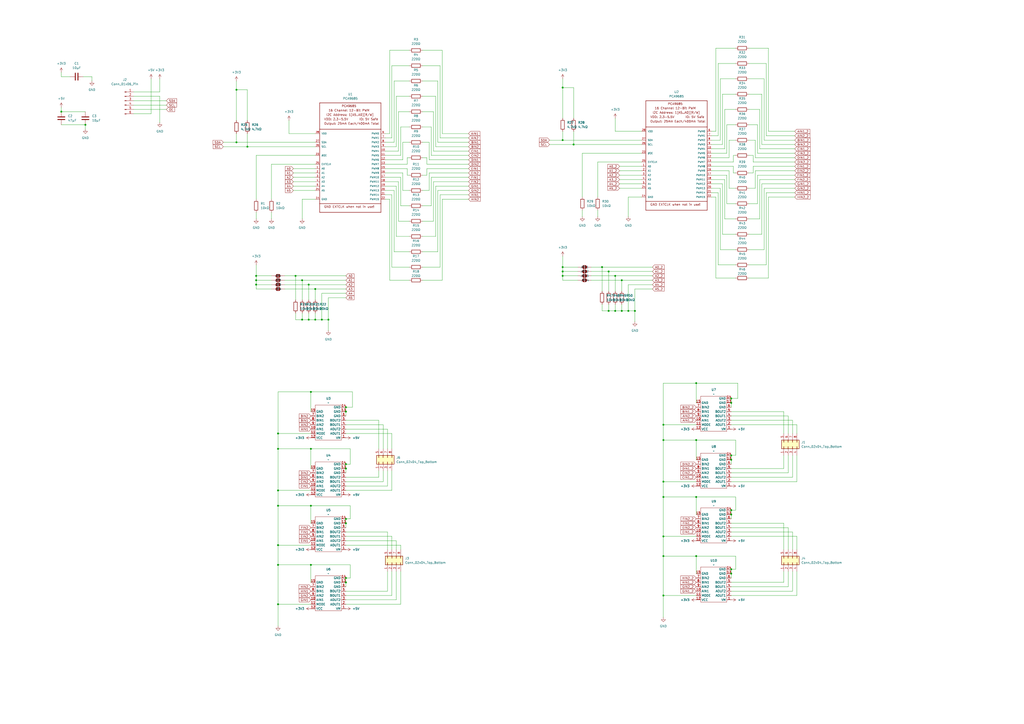
<source format=kicad_sch>
(kicad_sch (version 20231120) (generator "eeschema") (generator_version "8.0")
  (paper "A2")
  (junction (at 424.18 330.2))
  (junction (at 180.34 227.33))
  (junction (at 200.66 269.24))
  (junction (at 384.81 311.15))
  (junction (at 200.66 271.78))
  (junction (at 200.66 337.82))
  (junction (at 326.39 157.48))
  (junction (at 326.39 160.02))
  (junction (at 137.16 52.07))
  (junction (at 171.45 160.02))
  (junction (at 182.88 167.64))
  (junction (at 424.18 233.68))
  (junction (at 360.68 180.34))
  (junction (at 175.26 162.56))
  (junction (at 424.18 298.45))
  (junction (at 360.68 162.56))
  (junction (at 180.34 327.66))
  (junction (at 179.07 185.42))
  (junction (at 35.56 64.77))
  (junction (at 403.86 222.25))
  (junction (at 161.29 293.37))
  (junction (at 424.18 295.91))
  (junction (at 356.87 160.02))
  (junction (at 180.34 293.37))
  (junction (at 161.29 316.23))
  (junction (at 326.39 50.8))
  (junction (at 200.66 300.99))
  (junction (at 179.07 165.1))
  (junction (at 384.81 288.29))
  (junction (at 161.29 327.66))
  (junction (at 384.81 322.58))
  (junction (at 353.06 180.34))
  (junction (at 368.3 180.34))
  (junction (at 424.18 231.14))
  (junction (at 148.59 165.1))
  (junction (at 175.26 185.42))
  (junction (at 384.81 345.44))
  (junction (at 332.74 83.82))
  (junction (at 182.88 185.42))
  (junction (at 384.81 246.38))
  (junction (at 200.66 303.53))
  (junction (at 424.18 332.74))
  (junction (at 200.66 236.22))
  (junction (at 148.59 162.56))
  (junction (at 384.81 279.4))
  (junction (at 384.81 255.27))
  (junction (at 190.5 185.42))
  (junction (at 161.29 260.35))
  (junction (at 403.86 322.58))
  (junction (at 200.66 335.28))
  (junction (at 49.53 72.39))
  (junction (at 353.06 157.48))
  (junction (at 161.29 284.48))
  (junction (at 326.39 154.94))
  (junction (at 186.69 185.42))
  (junction (at 364.49 180.34))
  (junction (at 148.59 160.02))
  (junction (at 143.51 85.09))
  (junction (at 424.18 264.16))
  (junction (at 356.87 180.34))
  (junction (at 403.86 288.29))
  (junction (at 161.29 350.52))
  (junction (at 180.34 260.35))
  (junction (at 424.18 266.7))
  (junction (at 200.66 238.76))
  (junction (at 349.25 154.94))
  (junction (at 403.86 255.27))
  (junction (at 161.29 251.46))
  (junction (at 137.16 82.55))
  (junction (at 326.39 81.28))
  (wire (pts (xy 255.27 80.01) (xy 271.78 80.01)))
  (wire (pts (xy 200.66 238.76) (xy 200.66 241.3)))
  (wire (pts (xy 440.69 86.36) (xy 461.01 86.36)))
  (wire (pts (xy 459.74 331.47) (xy 459.74 342.9)))
  (wire (pts (xy 35.56 72.39) (xy 49.53 72.39)))
  (wire (pts (xy 384.81 322.58) (xy 384.81 311.15)))
  (wire (pts (xy 175.26 162.56) (xy 175.26 173.99)))
  (wire (pts (xy 424.18 264.16) (xy 424.18 266.7)))
  (wire (pts (xy 232.41 73.66) (xy 232.41 90.17)))
  (wire (pts (xy 229.87 107.95) (xy 223.52 107.95)))
  (wire (pts (xy 353.06 157.48) (xy 353.06 168.91)))
  (wire (pts (xy 417.83 109.22) (xy 412.75 109.22)))
  (wire (pts (xy 232.41 350.52) (xy 232.41 331.47)))
  (wire (pts (xy 403.86 222.25) (xy 384.81 222.25)))
  (wire (pts (xy 445.77 161.29) (xy 434.34 161.29)))
  (wire (pts (xy 200.66 251.46) (xy 227.33 251.46)))
  (wire (pts (xy 219.71 276.86) (xy 219.71 273.05)))
  (wire (pts (xy 256.54 77.47) (xy 271.78 77.47)))
  (wire (pts (xy 252.73 137.16) (xy 252.73 107.95)))
  (wire (pts (xy 454.66 238.76) (xy 454.66 251.46)))
  (wire (pts (xy 200.66 172.72) (xy 190.5 172.72)))
  (wire (pts (xy 416.56 153.67) (xy 426.72 153.67)))
  (wire (pts (xy 167.64 69.85) (xy 167.64 77.47)))
  (wire (pts (xy 48.26 44.45) (xy 53.34 44.45)))
  (wire (pts (xy 77.47 63.5) (xy 96.52 63.5)))
  (wire (pts (xy 255.27 154.94) (xy 255.27 113.03)))
  (wire (pts (xy 182.88 181.61) (xy 182.88 185.42)))
  (wire (pts (xy 171.45 185.42) (xy 175.26 185.42)))
  (wire (pts (xy 227.33 154.94) (xy 237.49 154.94)))
  (wire (pts (xy 53.34 44.45) (xy 53.34 46.99)))
  (wire (pts (xy 356.87 160.02) (xy 378.46 160.02)))
  (wire (pts (xy 364.49 180.34) (xy 368.3 180.34)))
  (wire (pts (xy 227.33 311.15) (xy 227.33 318.77)))
  (wire (pts (xy 200.66 345.44) (xy 227.33 345.44)))
  (wire (pts (xy 384.81 288.29) (xy 384.81 279.4)))
  (wire (pts (xy 356.87 168.91) (xy 356.87 160.02)))
  (wire (pts (xy 247.65 101.6) (xy 247.65 97.79)))
  (wire (pts (xy 415.29 76.2) (xy 412.75 76.2)))
  (wire (pts (xy 228.6 146.05) (xy 228.6 110.49)))
  (wire (pts (xy 364.49 114.3) (xy 364.49 125.73)))
  (wire (pts (xy 441.96 54.61) (xy 434.34 54.61)))
  (wire (pts (xy 326.39 162.56) (xy 335.28 162.56)))
  (wire (pts (xy 349.25 180.34) (xy 353.06 180.34)))
  (wire (pts (xy 256.54 162.56) (xy 245.11 162.56)))
  (wire (pts (xy 148.59 153.67) (xy 148.59 160.02)))
  (wire (pts (xy 459.74 264.16) (xy 459.74 276.86)))
  (wire (pts (xy 426.72 288.29) (xy 403.86 288.29)))
  (wire (pts (xy 137.16 77.47) (xy 137.16 82.55)))
  (wire (pts (xy 200.66 316.23) (xy 232.41 316.23)))
  (wire (pts (xy 457.2 274.32) (xy 457.2 264.16)))
  (wire (pts (xy 190.5 172.72) (xy 190.5 185.42)))
  (wire (pts (xy 171.45 181.61) (xy 171.45 185.42)))
  (wire (pts (xy 250.19 73.66) (xy 250.19 90.17)))
  (wire (pts (xy 236.22 101.6) (xy 236.22 97.79)))
  (wire (pts (xy 227.33 284.48) (xy 227.33 273.05)))
  (wire (pts (xy 148.59 165.1) (xy 157.48 165.1)))
  (wire (pts (xy 360.68 176.53) (xy 360.68 180.34)))
  (wire (pts (xy 353.06 176.53) (xy 353.06 180.34)))
  (wire (pts (xy 170.18 97.79) (xy 182.88 97.79)))
  (wire (pts (xy 256.54 162.56) (xy 256.54 115.57)))
  (wire (pts (xy 170.18 105.41) (xy 182.88 105.41)))
  (wire (pts (xy 359.41 109.22) (xy 372.11 109.22)))
  (wire (pts (xy 161.29 251.46) (xy 180.34 251.46)))
  (wire (pts (xy 421.64 101.6) (xy 412.75 101.6)))
  (wire (pts (xy 236.22 95.25) (xy 223.52 95.25)))
  (wire (pts (xy 200.66 337.82) (xy 200.66 340.36)))
  (wire (pts (xy 203.2 335.28) (xy 203.2 327.66)))
  (wire (pts (xy 436.88 90.17) (xy 436.88 93.98)))
  (wire (pts (xy 92.71 71.12) (xy 92.71 55.88)))
  (wire (pts (xy 200.66 162.56) (xy 175.26 162.56)))
  (wire (pts (xy 200.66 167.64) (xy 182.88 167.64)))
  (wire (pts (xy 226.06 29.21) (xy 237.49 29.21)))
  (wire (pts (xy 228.6 46.99) (xy 228.6 82.55)))
  (wire (pts (xy 356.87 176.53) (xy 356.87 180.34)))
  (wire (pts (xy 436.88 96.52) (xy 461.01 96.52)))
  (wire (pts (xy 436.88 100.33) (xy 436.88 96.52)))
  (wire (pts (xy 424.18 295.91) (xy 426.72 295.91)))
  (wire (pts (xy 236.22 91.44) (xy 237.49 91.44)))
  (wire (pts (xy 256.54 115.57) (xy 271.78 115.57)))
  (wire (pts (xy 175.26 115.57) (xy 175.26 127)))
  (wire (pts (xy 186.69 185.42) (xy 190.5 185.42)))
  (wire (pts (xy 416.56 36.83) (xy 426.72 36.83)))
  (wire (pts (xy 254 46.99) (xy 245.11 46.99)))
  (wire (pts (xy 403.86 222.25) (xy 403.86 233.68)))
  (wire (pts (xy 372.11 114.3) (xy 364.49 114.3)))
  (wire (pts (xy 137.16 46.99) (xy 137.16 52.07)))
  (wire (pts (xy 444.5 78.74) (xy 461.01 78.74)))
  (wire (pts (xy 326.39 157.48) (xy 335.28 157.48)))
  (wire (pts (xy 179.07 185.42) (xy 182.88 185.42)))
  (wire (pts (xy 419.1 83.82) (xy 412.75 83.82)))
  (wire (pts (xy 326.39 148.59) (xy 326.39 154.94)))
  (wire (pts (xy 180.34 327.66) (xy 180.34 337.82)))
  (wire (pts (xy 359.41 99.06) (xy 372.11 99.06)))
  (wire (pts (xy 229.87 331.47) (xy 229.87 347.98)))
  (wire (pts (xy 422.91 91.44) (xy 412.75 91.44)))
  (wire (pts (xy 424.18 233.68) (xy 424.18 236.22)))
  (wire (pts (xy 368.3 167.64) (xy 368.3 180.34)))
  (wire (pts (xy 161.29 316.23) (xy 180.34 316.23)))
  (wire (pts (xy 427.99 231.14) (xy 427.99 222.25)))
  (wire (pts (xy 226.06 77.47) (xy 223.52 77.47)))
  (wire (pts (xy 424.18 231.14) (xy 424.18 233.68)))
  (wire (pts (xy 248.92 110.49) (xy 245.11 110.49)))
  (wire (pts (xy 251.46 128.27) (xy 245.11 128.27)))
  (wire (pts (xy 422.91 81.28) (xy 422.91 91.44)))
  (wire (pts (xy 231.14 87.63) (xy 223.52 87.63)))
  (wire (pts (xy 251.46 64.77) (xy 251.46 87.63)))
  (wire (pts (xy 359.41 101.6) (xy 372.11 101.6)))
  (wire (pts (xy 342.9 157.48) (xy 353.06 157.48)))
  (wire (pts (xy 247.65 97.79) (xy 271.78 97.79)))
  (wire (pts (xy 200.66 335.28) (xy 203.2 335.28)))
  (wire (pts (xy 180.34 260.35) (xy 203.2 260.35)))
  (wire (pts (xy 425.45 90.17) (xy 425.45 93.98)))
  (wire (pts (xy 227.33 154.94) (xy 227.33 113.03)))
  (wire (pts (xy 445.77 27.94) (xy 434.34 27.94)))
  (wire (pts (xy 233.68 110.49) (xy 237.49 110.49)))
  (wire (pts (xy 256.54 29.21) (xy 256.54 77.47)))
  (wire (pts (xy 457.2 306.07) (xy 457.2 318.77)))
  (wire (pts (xy 171.45 173.99) (xy 171.45 160.02)))
  (wire (pts (xy 247.65 95.25) (xy 271.78 95.25)))
  (wire (pts (xy 443.23 144.78) (xy 443.23 109.22)))
  (wire (pts (xy 248.92 82.55) (xy 245.11 82.55)))
  (wire (pts (xy 441.96 135.89) (xy 434.34 135.89)))
  (wire (pts (xy 444.5 153.67) (xy 434.34 153.67)))
  (wire (pts (xy 255.27 154.94) (xy 245.11 154.94)))
  (wire (pts (xy 224.79 281.94) (xy 224.79 273.05)))
  (wire (pts (xy 233.68 100.33) (xy 223.52 100.33)))
  (wire (pts (xy 424.18 238.76) (xy 454.66 238.76)))
  (wire (pts (xy 236.22 91.44) (xy 236.22 95.25)))
  (wire (pts (xy 148.59 165.1) (xy 148.59 167.64)))
  (wire (pts (xy 254 146.05) (xy 254 110.49)))
  (wire (pts (xy 203.2 300.99) (xy 203.2 293.37)))
  (wire (pts (xy 250.19 102.87) (xy 271.78 102.87)))
  (wire (pts (xy 462.28 279.4) (xy 462.28 264.16)))
  (wire (pts (xy 137.16 52.07) (xy 137.16 69.85)))
  (wire (pts (xy 425.45 100.33) (xy 425.45 96.52)))
  (wire (pts (xy 326.39 81.28) (xy 372.11 81.28)))
  (wire (pts (xy 229.87 55.88) (xy 229.87 85.09)))
  (wire (pts (xy 228.6 82.55) (xy 223.52 82.55)))
  (wire (pts (xy 415.29 27.94) (xy 415.29 76.2)))
  (wire (pts (xy 179.07 165.1) (xy 200.66 165.1)))
  (wire (pts (xy 35.56 41.91) (xy 35.56 44.45)))
  (wire (pts (xy 200.66 236.22) (xy 204.47 236.22)))
  (wire (pts (xy 462.28 311.15) (xy 462.28 318.77)))
  (wire (pts (xy 425.45 96.52) (xy 412.75 96.52)))
  (wire (pts (xy 424.18 306.07) (xy 457.2 306.07)))
  (wire (pts (xy 161.29 350.52) (xy 180.34 350.52)))
  (wire (pts (xy 219.71 243.84) (xy 219.71 260.35)))
  (wire (pts (xy 250.19 90.17) (xy 271.78 90.17)))
  (wire (pts (xy 417.83 144.78) (xy 417.83 109.22)))
  (wire (pts (xy 248.92 110.49) (xy 248.92 100.33)))
  (wire (pts (xy 384.81 222.25) (xy 384.81 246.38)))
  (wire (pts (xy 444.5 153.67) (xy 444.5 111.76)))
  (wire (pts (xy 200.66 271.78) (xy 200.66 274.32)))
  (wire (pts (xy 364.49 165.1) (xy 378.46 165.1)))
  (wire (pts (xy 422.91 109.22) (xy 422.91 99.06)))
  (wire (pts (xy 337.82 121.92) (xy 337.82 125.73)))
  (wire (pts (xy 200.66 311.15) (xy 227.33 311.15)))
  (wire (pts (xy 424.18 345.44) (xy 462.28 345.44)))
  (wire (pts (xy 443.23 45.72) (xy 434.34 45.72)))
  (wire (pts (xy 200.66 246.38) (xy 222.25 246.38)))
  (wire (pts (xy 424.18 330.2) (xy 424.18 332.74)))
  (wire (pts (xy 250.19 119.38) (xy 250.19 102.87)))
  (wire (pts (xy 232.41 102.87) (xy 223.52 102.87)))
  (wire (pts (xy 441.96 83.82) (xy 461.01 83.82)))
  (wire (pts (xy 226.06 29.21) (xy 226.06 77.47)))
  (wire (pts (xy 179.07 173.99) (xy 179.07 165.1)))
  (wire (pts (xy 438.15 91.44) (xy 461.01 91.44)))
  (wire (pts (xy 229.87 55.88) (xy 237.49 55.88)))
  (wire (pts (xy 415.29 114.3) (xy 412.75 114.3)))
  (wire (pts (xy 424.18 276.86) (xy 459.74 276.86)))
  (wire (pts (xy 247.65 91.44) (xy 245.11 91.44)))
  (wire (pts (xy 436.88 100.33) (xy 434.34 100.33)))
  (wire (pts (xy 200.66 281.94) (xy 224.79 281.94)))
  (wire (pts (xy 332.74 50.8) (xy 326.39 50.8)))
  (wire (pts (xy 229.87 85.09) (xy 223.52 85.09)))
  (wire (pts (xy 342.9 160.02) (xy 356.87 160.02)))
  (wire (pts (xy 438.15 81.28) (xy 434.34 81.28)))
  (wire (pts (xy 175.26 181.61) (xy 175.26 185.42)))
  (wire (pts (xy 255.27 38.1) (xy 245.11 38.1)))
  (wire (pts (xy 420.37 86.36) (xy 412.75 86.36)))
  (wire (pts (xy 425.45 90.17) (xy 426.72 90.17)))
  (wire (pts (xy 226.06 162.56) (xy 237.49 162.56)))
  (wire (pts (xy 200.66 243.84) (xy 219.71 243.84)))
  (wire (pts (xy 248.92 82.55) (xy 248.92 92.71)))
  (wire (pts (xy 186.69 170.18) (xy 186.69 185.42)))
  (wire (pts (xy 439.42 88.9) (xy 461.01 88.9)))
  (wire (pts (xy 424.18 337.82) (xy 454.66 337.82)))
  (wire (pts (xy 424.18 311.15) (xy 462.28 311.15)))
  (wire (pts (xy 229.87 137.16) (xy 229.87 107.95)))
  (wire (pts (xy 420.37 127) (xy 426.72 127)))
  (wire (pts (xy 421.64 118.11) (xy 421.64 101.6)))
  (wire (pts (xy 332.74 76.2) (xy 332.74 83.82)))
  (wire (pts (xy 416.56 36.83) (xy 416.56 78.74)))
  (wire (pts (xy 180.34 227.33) (xy 180.34 238.76)))
  (wire (pts (xy 224.79 260.35) (xy 224.79 248.92)))
  (wire (pts (xy 165.1 165.1) (xy 179.07 165.1)))
  (wire (pts (xy 148.59 167.64) (xy 157.48 167.64)))
  (wire (pts (xy 161.29 260.35) (xy 180.34 260.35)))
  (wire (pts (xy 170.18 110.49) (xy 182.88 110.49)))
  (wire (pts (xy 190.5 185.42) (xy 190.5 191.77)))
  (wire (pts (xy 326.39 154.94) (xy 335.28 154.94)))
  (wire (pts (xy 403.86 255.27) (xy 403.86 266.7)))
  (wire (pts (xy 161.29 284.48) (xy 180.34 284.48)))
  (wire (pts (xy 232.41 73.66) (xy 237.49 73.66)))
  (wire (pts (xy 424.18 246.38) (xy 462.28 246.38)))
  (wire (pts (xy 356.87 68.58) (xy 356.87 76.2)))
  (wire (pts (xy 403.86 322.58) (xy 403.86 332.74)))
  (wire (pts (xy 403.86 288.29) (xy 384.81 288.29)))
  (wire (pts (xy 424.18 279.4) (xy 462.28 279.4)))
  (wire (pts (xy 378.46 162.56) (xy 360.68 162.56)))
  (wire (pts (xy 180.34 327.66) (xy 161.29 327.66)))
  (wire (pts (xy 222.25 273.05) (xy 222.25 279.4)))
  (wire (pts (xy 417.83 45.72) (xy 417.83 81.28)))
  (wire (pts (xy 318.77 81.28) (xy 326.39 81.28)))
  (wire (pts (xy 326.39 157.48) (xy 326.39 160.02)))
  (wire (pts (xy 445.77 76.2) (xy 461.01 76.2)))
  (wire (pts (xy 248.92 92.71) (xy 271.78 92.71)))
  (wire (pts (xy 254 82.55) (xy 271.78 82.55)))
  (wire (pts (xy 251.46 87.63) (xy 271.78 87.63)))
  (wire (pts (xy 186.69 170.18) (xy 200.66 170.18)))
  (wire (pts (xy 148.59 115.57) (xy 148.59 90.17)))
  (wire (pts (xy 346.71 121.92) (xy 346.71 125.73)))
  (wire (pts (xy 200.66 300.99) (xy 200.66 303.53)))
  (wire (pts (xy 438.15 109.22) (xy 438.15 99.06)))
  (wire (pts (xy 419.1 106.68) (xy 412.75 106.68)))
  (wire (pts (xy 422.91 109.22) (xy 426.72 109.22)))
  (wire (pts (xy 436.88 93.98) (xy 461.01 93.98)))
  (wire (pts (xy 251.46 105.41) (xy 271.78 105.41)))
  (wire (pts (xy 368.3 180.34) (xy 368.3 186.69)))
  (wire (pts (xy 420.37 127) (xy 420.37 104.14)))
  (wire (pts (xy 360.68 180.34) (xy 364.49 180.34)))
  (wire (pts (xy 226.06 115.57) (xy 223.52 115.57)))
  (wire (pts (xy 326.39 160.02) (xy 326.39 162.56)))
  (wire (pts (xy 175.26 185.42) (xy 179.07 185.42)))
  (wire (pts (xy 87.63 66.04) (xy 77.47 66.04)))
  (wire (pts (xy 424.18 340.36) (xy 457.2 340.36)))
  (wire (pts (xy 171.45 160.02) (xy 200.66 160.02)))
  (wire (pts (xy 251.46 128.27) (xy 251.46 105.41)))
  (wire (pts (xy 143.51 77.47) (xy 143.51 85.09)))
  (wire (pts (xy 200.66 284.48) (xy 227.33 284.48)))
  (wire (pts (xy 454.66 264.16) (xy 454.66 271.78)))
  (wire (pts (xy 247.65 101.6) (xy 245.11 101.6)))
  (wire (pts (xy 438.15 99.06) (xy 461.01 99.06)))
  (wire (pts (xy 157.48 123.19) (xy 157.48 127)))
  (wire (pts (xy 417.83 81.28) (xy 412.75 81.28)))
  (wire (pts (xy 426.72 330.2) (xy 426.72 322.58)))
  (wire (pts (xy 326.39 45.72) (xy 326.39 50.8)))
  (wire (pts (xy 440.69 127) (xy 434.34 127)))
  (wire (pts (xy 420.37 63.5) (xy 426.72 63.5)))
  (wire (pts (xy 148.59 162.56) (xy 148.59 165.1)))
  (wire (pts (xy 440.69 63.5) (xy 440.69 86.36)))
  (wire (pts (xy 143.51 52.07) (xy 143.51 69.85)))
  (wire (pts (xy 360.68 162.56) (xy 360.68 168.91)))
  (wire (pts (xy 254 46.99) (xy 254 82.55)))
  (wire (pts (xy 424.18 295.91) (xy 424.18 298.45)))
  (wire (pts (xy 378.46 157.48) (xy 353.06 157.48)))
  (wire (pts (xy 403.86 288.29) (xy 403.86 298.45)))
  (wire (pts (xy 228.6 146.05) (xy 237.49 146.05)))
  (wire (pts (xy 441.96 135.89) (xy 441.96 106.68)))
  (wire (pts (xy 255.27 38.1) (xy 255.27 80.01)))
  (wire (pts (xy 200.66 269.24) (xy 203.2 269.24)))
  (wire (pts (xy 326.39 76.2) (xy 326.39 81.28)))
  (wire (pts (xy 439.42 101.6) (xy 461.01 101.6)))
  (wire (pts (xy 419.1 135.89) (xy 419.1 106.68)))
  (wire (pts (xy 444.5 111.76) (xy 461.01 111.76)))
  (wire (pts (xy 232.41 316.23) (xy 232.41 318.77)))
  (wire (pts (xy 161.29 293.37) (xy 161.29 284.48)))
  (wire (pts (xy 457.2 241.3) (xy 457.2 251.46)))
  (wire (pts (xy 250.19 119.38) (xy 245.11 119.38)))
  (wire (pts (xy 417.83 45.72) (xy 426.72 45.72)))
  (wire (pts (xy 229.87 137.16) (xy 237.49 137.16)))
  (wire (pts (xy 87.63 45.72) (xy 87.63 66.04)))
  (wire (pts (xy 417.83 144.78) (xy 426.72 144.78)))
  (wire (pts (xy 247.65 91.44) (xy 247.65 95.25)))
  (wire (pts (xy 204.47 236.22) (xy 204.47 227.33)))
  (wire (pts (xy 443.23 45.72) (xy 443.23 81.28)))
  (wire (pts (xy 419.1 135.89) (xy 426.72 135.89)))
  (wire (pts (xy 454.66 337.82) (xy 454.66 331.47)))
  (wire (pts (xy 424.18 298.45) (xy 424.18 300.99)))
  (wire (pts (xy 326.39 50.8) (xy 326.39 68.58)))
  (wire (pts (xy 255.27 113.03) (xy 271.78 113.03)))
  (wire (pts (xy 421.64 72.39) (xy 421.64 88.9)))
  (wire (pts (xy 161.29 350.52) (xy 161.29 327.66)))
  (wire (pts (xy 441.96 106.68) (xy 461.01 106.68)))
  (wire (pts (xy 424.18 303.53) (xy 454.66 303.53)))
  (wire (pts (xy 182.88 115.57) (xy 175.26 115.57)))
  (wire (pts (xy 415.29 161.29) (xy 426.72 161.29)))
  (wire (pts (xy 161.29 227.33) (xy 161.29 251.46)))
  (wire (pts (xy 161.29 363.22) (xy 161.29 350.52)))
  (wire (pts (xy 222.25 279.4) (xy 200.66 279.4)))
  (wire (pts (xy 200.66 350.52) (xy 232.41 350.52)))
  (wire (pts (xy 49.53 72.39) (xy 49.53 74.93)))
  (wire (pts (xy 35.56 64.77) (xy 49.53 64.77)))
  (wire (pts (xy 203.2 293.37) (xy 180.34 293.37)))
  (wire (pts (xy 224.79 248.92) (xy 200.66 248.92)))
  (wire (pts (xy 231.14 64.77) (xy 231.14 87.63)))
  (wire (pts (xy 441.96 54.61) (xy 441.96 83.82)))
  (wire (pts (xy 148.59 160.02) (xy 157.48 160.02)))
  (wire (pts (xy 252.73 55.88) (xy 245.11 55.88)))
  (wire (pts (xy 231.14 105.41) (xy 223.52 105.41)))
  (wire (pts (xy 227.33 251.46) (xy 227.33 260.35)))
  (wire (pts (xy 231.14 64.77) (xy 237.49 64.77)))
  (wire (pts (xy 459.74 342.9) (xy 424.18 342.9)))
  (wire (pts (xy 342.9 154.94) (xy 349.25 154.94)))
  (wire (pts (xy 353.06 180.34) (xy 356.87 180.34)))
  (wire (pts (xy 337.82 114.3) (xy 337.82 88.9)))
  (wire (pts (xy 92.71 53.34) (xy 77.47 53.34)))
  (wire (pts (xy 232.41 90.17) (xy 223.52 90.17)))
  (wire (pts (xy 170.18 102.87) (xy 182.88 102.87)))
  (wire (pts (xy 439.42 72.39) (xy 434.34 72.39)))
  (wire (pts (xy 222.25 246.38) (xy 222.25 260.35)))
  (wire (pts (xy 227.33 345.44) (xy 227.33 331.47)))
  (wire (pts (xy 92.71 45.72) (xy 92.71 53.34)))
  (wire (pts (xy 364.49 165.1) (xy 364.49 180.34)))
  (wire (pts (xy 444.5 36.83) (xy 434.34 36.83)))
  (wire (pts (xy 443.23 109.22) (xy 461.01 109.22)))
  (wire (pts (xy 349.25 176.53) (xy 349.25 180.34)))
  (wire (pts (xy 424.18 274.32) (xy 457.2 274.32)))
  (wire (pts (xy 384.81 279.4) (xy 403.86 279.4)))
  (wire (pts (xy 236.22 97.79) (xy 223.52 97.79)))
  (wire (pts (xy 424.18 264.16) (xy 426.72 264.16)))
  (wire (pts (xy 439.42 72.39) (xy 439.42 88.9)))
  (wire (pts (xy 252.73 137.16) (xy 245.11 137.16)))
  (wire (pts (xy 346.71 114.3) (xy 346.71 93.98)))
  (wire (pts (xy 229.87 313.69) (xy 229.87 318.77)))
  (wire (pts (xy 233.68 110.49) (xy 233.68 100.33)))
  (wire (pts (xy 254 146.05) (xy 245.11 146.05)))
  (wire (pts (xy 438.15 81.28) (xy 438.15 91.44)))
  (wire (pts (xy 457.2 340.36) (xy 457.2 331.47)))
  (wire (pts (xy 419.1 54.61) (xy 419.1 83.82)))
  (wire (pts (xy 384.81 279.4) (xy 384.81 255.27)))
  (wire (pts (xy 439.42 118.11) (xy 434.34 118.11)))
  (wire (pts (xy 137.16 82.55) (xy 182.88 82.55)))
  (wire (pts (xy 436.88 90.17) (xy 434.34 90.17)))
  (wire (pts (xy 232.41 119.38) (xy 237.49 119.38)))
  (wire (pts (xy 445.77 27.94) (xy 445.77 76.2)))
  (wire (pts (xy 421.64 88.9) (xy 412.75 88.9)))
  (wire (pts (xy 439.42 118.11) (xy 439.42 101.6)))
  (wire (pts (xy 349.25 154.94) (xy 378.46 154.94)))
  (wire (pts (xy 346.71 93.98) (xy 372.11 93.98)))
  (wire (pts (xy 424.18 266.7) (xy 424.18 269.24)))
  (wire (pts (xy 415.29 27.94) (xy 426.72 27.94)))
  (wire (pts (xy 425.45 100.33) (xy 426.72 100.33)))
  (wire (pts (xy 161.29 316.23) (xy 161.29 293.37)))
  (wire (pts (xy 326.39 154.94) (xy 326.39 157.48)))
  (wire (pts (xy 443.23 81.28) (xy 461.01 81.28)))
  (wire (pts (xy 445.77 114.3) (xy 461.01 114.3)))
  (wire (pts (xy 384.81 246.38) (xy 403.86 246.38)))
  (wire (pts (xy 148.59 90.17) (xy 182.88 90.17)))
  (wire (pts (xy 236.22 101.6) (xy 237.49 101.6)))
  (wire (pts (xy 337.82 88.9) (xy 372.11 88.9)))
  (wire (pts (xy 227.33 80.01) (xy 223.52 80.01)))
  (wire (pts (xy 440.69 127) (xy 440.69 104.14)))
  (wire (pts (xy 170.18 107.95) (xy 182.88 107.95)))
  (wire (pts (xy 182.88 167.64) (xy 182.88 173.99)))
  (wire (pts (xy 180.34 293.37) (xy 180.34 303.53)))
  (wire (pts (xy 167.64 77.47) (xy 182.88 77.47)))
  (wire (pts (xy 200.66 300.99) (xy 203.2 300.99)))
  (wire (pts (xy 35.56 62.23) (xy 35.56 64.77)))
  (wire (pts (xy 180.34 227.33) (xy 161.29 227.33)))
  (wire (pts (xy 384.81 345.44) (xy 403.86 345.44)))
  (wire (pts (xy 231.14 128.27) (xy 237.49 128.27)))
  (wire (pts (xy 454.66 318.77) (xy 454.66 303.53)))
  (wire (pts (xy 384.81 255.27) (xy 403.86 255.27)))
  (wire (pts (xy 143.51 85.09) (xy 182.88 85.09)))
  (wire (pts (xy 422.91 81.28) (xy 426.72 81.28)))
  (wire (pts (xy 425.45 93.98) (xy 412.75 93.98)))
  (wire (pts (xy 384.81 311.15) (xy 384.81 288.29)))
  (wire (pts (xy 77.47 58.42) (xy 96.52 58.42)))
  (wire (pts (xy 228.6 110.49) (xy 223.52 110.49)))
  (wire (pts (xy 424.18 271.78) (xy 454.66 271.78)))
  (wire (pts (xy 416.56 78.74) (xy 412.75 78.74)))
  (wire (pts (xy 200.66 269.24) (xy 200.66 271.78)))
  (wire (pts (xy 92.71 55.88) (xy 77.47 55.88)))
  (wire (pts (xy 342.9 162.56) (xy 360.68 162.56)))
  (wire (pts (xy 161.29 284.48) (xy 161.29 260.35)))
  (wire (pts (xy 459.74 243.84) (xy 459.74 251.46)))
  (wire (pts (xy 438.15 109.22) (xy 434.34 109.22)))
  (wire (pts (xy 227.33 38.1) (xy 237.49 38.1)))
  (wire (pts (xy 252.73 107.95) (xy 271.78 107.95)))
  (wire (pts (xy 182.88 185.42) (xy 186.69 185.42)))
  (wire (pts (xy 35.56 44.45) (xy 40.64 44.45)))
  (wire (pts (xy 179.07 181.61) (xy 179.07 185.42)))
  (wire (pts (xy 421.64 72.39) (xy 426.72 72.39)))
  (wire (pts (xy 157.48 115.57) (xy 157.48 95.25)))
  (wire (pts (xy 416.56 111.76) (xy 412.75 111.76)))
  (wire (pts (xy 165.1 167.64) (xy 182.88 167.64)))
  (wire (pts (xy 426.72 295.91) (xy 426.72 288.29)))
  (wire (pts (xy 359.41 106.68) (xy 372.11 106.68)))
  (wire (pts (xy 148.59 160.02) (xy 148.59 162.56)))
  (wire (pts (xy 129.54 85.09) (xy 143.51 85.09)))
  (wire (pts (xy 170.18 100.33) (xy 182.88 100.33)))
  (wire (pts (xy 444.5 36.83) (xy 444.5 78.74)))
  (wire (pts (xy 148.59 162.56) (xy 157.48 162.56)))
  (wire (pts (xy 251.46 64.77) (xy 245.11 64.77)))
  (wire (pts (xy 419.1 54.61) (xy 426.72 54.61)))
  (wire (pts (xy 420.37 104.14) (xy 412.75 104.14)))
  (wire (pts (xy 203.2 327.66) (xy 180.34 327.66)))
  (wire (pts (xy 200.66 303.53) (xy 200.66 306.07)))
  (wire (pts (xy 384.81 345.44) (xy 384.81 322.58)))
  (wire (pts (xy 427.99 222.25) (xy 403.86 222.25)))
  (wire (pts (xy 180.34 260.35) (xy 180.34 271.78)))
  (wire (pts (xy 233.68 92.71) (xy 223.52 92.71)))
  (wire (pts (xy 332.74 83.82) (xy 372.11 83.82)))
  (wire (pts (xy 129.54 82.55) (xy 137.16 82.55)))
  (wire (pts (xy 459.74 308.61) (xy 459.74 318.77)))
  (wire (pts (xy 77.47 60.96) (xy 96.52 60.96)))
  (wire (pts (xy 231.14 128.27) (xy 231.14 105.41)))
  (wire (pts (xy 326.39 160.02) (xy 335.28 160.02)))
  (wire (pts (xy 200.66 236.22) (xy 200.66 238.76)))
  (wire (pts (xy 420.37 63.5) (xy 420.37 86.36)))
  (wire (pts (xy 426.72 322.58) (xy 403.86 322.58)))
  (wire (pts (xy 233.68 82.55) (xy 233.68 92.71)))
  (wire (pts (xy 161.29 251.46) (xy 161.29 260.35)))
  (wire (pts (xy 180.34 293.37) (xy 161.29 293.37)))
  (wire (pts (xy 227.33 113.03) (xy 223.52 113.03)))
  (wire (pts (xy 440.69 63.5) (xy 434.34 63.5)))
  (wire (pts (xy 254 110.49) (xy 271.78 110.49)))
  (wire (pts (xy 200.66 308.61) (xy 224.79 308.61)))
  (wire (pts (xy 203.2 269.24) (xy 203.2 260.35)))
  (wire (pts (xy 359.41 104.14) (xy 372.11 104.14)))
  (wire (pts (xy 422.91 99.06) (xy 412.75 99.06)))
  (wire (pts (xy 416.56 153.67) (xy 416.56 111.76)))
  (wire (pts (xy 250.19 73.66) (xy 245.11 73.66)))
  (wire (pts (xy 424.18 243.84) (xy 459.74 243.84)))
  (wire (pts (xy 256.54 29.21) (xy 245.11 29.21)))
  (wire (pts (xy 148.59 123.19) (xy 148.59 127)))
  (wire (pts (xy 349.25 168.91) (xy 349.25 154.94)))
  (wire (pts (xy 226.06 162.56) (xy 226.06 115.57)))
  (wire (pts (xy 200.66 276.86) (xy 219.71 276.86)))
  (wire (pts (xy 424.18 241.3) (xy 457.2 241.3)))
  (wire (pts (xy 403.86 255.27) (xy 426.72 255.27)))
  (wire (pts (xy 227.33 38.1) (xy 227.33 80.01)))
  (wire (pts (xy 424.18 308.61) (xy 459.74 308.61)))
  (wire (pts (xy 440.69 104.14) (xy 461.01 104.14)))
  (wire (pts (xy 228.6 46.99) (xy 237.49 46.99)))
  (wire (pts (xy 233.68 82.55) (xy 237.49 82.55)))
  (wire (pts (xy 356.87 76.2) (xy 372.11 76.2)))
  (wire (pts (xy 248.92 100.33) (xy 271.78 100.33)))
  (wire (pts (xy 232.41 119.38) (xy 232.41 102.87)))
  (wire (pts (xy 424.18 332.74) (xy 424.18 335.28)))
  (wire (pts (xy 426.72 264.16) (xy 426.72 255.27)))
  (wire (pts (xy 403.86 322.58) (xy 384.81 322.58)))
  (wire (pts (xy 224.79 331.47) (xy 224.79 342.9)))
  (wire (pts (xy 204.47 227.33) (xy 180.34 227.33)))
  (wire (pts (xy 359.41 96.52) (xy 372.11 96.52)))
  (wire (pts (xy 332.74 50.8) (xy 332.74 68.58)))
  (wire (pts (xy 384.81 246.38) (xy 384.81 255.27)))
  (wire (pts (xy 165.1 162.56) (xy 175.26 162.56)))
  (wire (pts (xy 384.81 358.14) (xy 384.81 345.44)))
  (wire (pts (xy 252.73 55.88) (xy 252.73 85.09)))
  (wire (pts (xy 318.77 83.82) (xy 332.74 83.82)))
  (wire (pts (xy 424.18 330.2) (xy 426.72 330.2)))
  (wire (pts (xy 161.29 327.66) (xy 161.29 316.23)))
  (wire (pts (xy 378.46 167.64) (xy 368.3 167.64)))
  (wire (pts (xy 165.1 160.02) (xy 171.45 160.02)))
  (wire (pts (xy 229.87 347.98) (xy 200.66 347.98)))
  (wire (pts (xy 384.81 311.15) (xy 403.86 311.15)))
  (wire (pts (xy 157.48 95.25) (xy 182.88 95.25)))
  (wire (pts (xy 200.66 313.69) (xy 229.87 313.69)))
  (wire (pts (xy 424.18 231.14) (xy 427.99 231.14)))
  (wire (pts (xy 421.64 118.11) (xy 426.72 118.11)))
  (wire (pts (xy 415.29 161.29) (xy 415.29 114.3)))
  (wire (pts (xy 443.23 144.78) (xy 434.34 144.78)))
  (wire (pts (xy 445.77 161.29) (xy 445.77 114.3)))
  (wire (pts (xy 252.73 85.09) (xy 271.78 85.09)))
  (wire (pts (xy 224.79 308.61) (xy 224.79 318.77)))
  (wire (pts (xy 224.79 342.9) (xy 200.66 342.9)))
  (wire (pts (xy 200.66 335.28) (xy 200.66 337.82)))
  (wire (pts (xy 143.51 52.07) (xy 137.16 52.07)))
  (wire (pts (xy 462.28 246.38) (xy 462.28 251.46)))
  (wire (pts (xy 462.28 345.44) (xy 462.28 331.47)))
  (wire (pts (xy 356.87 180.34) (xy 360.68 180.34)))
  (global_label "FIN1" (shape input) (at 180.34 308.61 180) (property "Intersheetrefs" "${INTERSHEET_REFS}" (effects (hide yes))))
  (global_label "BIN1" (shape input) (at 180.34 243.84 180) (property "Intersheetrefs" "${INTERSHEET_REFS}" (effects (hide yes))))
  (global_label "A0_2" (shape input) (at 378.46 154.94 0) (property "Intersheetrefs" "${INTERSHEET_REFS}" (effects (hide yes))))
  (global_label "HIN1" (shape input) (at 180.34 342.9 180) (property "Intersheetrefs" "${INTERSHEET_REFS}" (effects (hide yes))))
  (global_label "CIN1_2" (shape input) (at 403.86 276.86 180) (property "Intersheetrefs" "${INTERSHEET_REFS}" (effects (hide yes))))
  (global_label "GIN2" (shape input) (at 271.78 110.49 0) (property "Intersheetrefs" "${INTERSHEET_REFS}" (effects (hide yes))))
  (global_label "A1_2" (shape input) (at 378.46 157.48 0) (property "Intersheetrefs" "${INTERSHEET_REFS}" (effects (hide yes))))
  (global_label "EIN2" (shape input) (at 271.78 100.33 0) (property "Intersheetrefs" "${INTERSHEET_REFS}" (effects (hide yes))))
  (global_label "A3" (shape input) (at 200.66 167.64 0) (property "Intersheetrefs" "${INTERSHEET_REFS}" (effects (hide yes))))
  (global_label "AIN1" (shape input) (at 180.34 248.92 180) (property "Intersheetrefs" "${INTERSHEET_REFS}" (effects (hide yes))))
  (global_label "EIN1_2" (shape input) (at 403.86 308.61 180) (property "Intersheetrefs" "${INTERSHEET_REFS}" (effects (hide yes))))
  (global_label "CIN1" (shape input) (at 271.78 87.63 0) (property "Intersheetrefs" "${INTERSHEET_REFS}" (effects (hide yes))))
  (global_label "GIN2_2" (shape input) (at 461.01 109.22 0) (property "Intersheetrefs" "${INTERSHEET_REFS}" (effects (hide yes))))
  (global_label "EIN1_2" (shape input) (at 461.01 96.52 0) (property "Intersheetrefs" "${INTERSHEET_REFS}" (effects (hide yes))))
  (global_label "A1_2" (shape input) (at 359.41 99.06 180) (property "Intersheetrefs" "${INTERSHEET_REFS}" (effects (hide yes))))
  (global_label "AIN2" (shape input) (at 271.78 80.01 0) (property "Intersheetrefs" "${INTERSHEET_REFS}" (effects (hide yes))))
  (global_label "HIN2" (shape input) (at 271.78 115.57 0) (property "Intersheetrefs" "${INTERSHEET_REFS}" (effects (hide yes))))
  (global_label "A3" (shape input) (at 170.18 105.41 180) (property "Intersheetrefs" "${INTERSHEET_REFS}" (effects (hide yes))))
  (global_label "DIN2" (shape input) (at 180.34 274.32 180) (property "Intersheetrefs" "${INTERSHEET_REFS}" (effects (hide yes))))
  (global_label "SDA" (shape input) (at 318.77 81.28 180) (property "Intersheetrefs" "${INTERSHEET_REFS}" (effects (hide yes))))
  (global_label "FIN2_2" (shape input) (at 403.86 300.99 180) (property "Intersheetrefs" "${INTERSHEET_REFS}" (effects (hide yes))))
  (global_label "AIN1_2" (shape input) (at 461.01 76.2 0) (property "Intersheetrefs" "${INTERSHEET_REFS}" (effects (hide yes))))
  (global_label "OE" (shape input) (at 96.52 63.5 0) (property "Intersheetrefs" "${INTERSHEET_REFS}" (effects (hide yes))))
  (global_label "FIN1_2" (shape input) (at 403.86 303.53 180) (property "Intersheetrefs" "${INTERSHEET_REFS}" (effects (hide yes))))
  (global_label "A5" (shape input) (at 200.66 172.72 0) (property "Intersheetrefs" "${INTERSHEET_REFS}" (effects (hide yes))))
  (global_label "BIN2" (shape input) (at 180.34 241.3 180) (property "Intersheetrefs" "${INTERSHEET_REFS}" (effects (hide yes))))
  (global_label "GIN2_2" (shape input) (at 403.86 340.36 180) (property "Intersheetrefs" "${INTERSHEET_REFS}" (effects (hide yes))))
  (global_label "A0" (shape input) (at 200.66 160.02 0) (property "Intersheetrefs" "${INTERSHEET_REFS}" (effects (hide yes))))
  (global_label "FIN1_2" (shape input) (at 461.01 101.6 0) (property "Intersheetrefs" "${INTERSHEET_REFS}" (effects (hide yes))))
  (global_label "HIN1" (shape input) (at 271.78 113.03 0) (property "Intersheetrefs" "${INTERSHEET_REFS}" (effects (hide yes))))
  (global_label "A4" (shape input) (at 170.18 107.95 180) (property "Intersheetrefs" "${INTERSHEET_REFS}" (effects (hide yes))))
  (global_label "SCL" (shape input) (at 318.77 83.82 180) (property "Intersheetrefs" "${INTERSHEET_REFS}" (effects (hide yes))))
  (global_label "A1" (shape input) (at 170.18 100.33 180) (property "Intersheetrefs" "${INTERSHEET_REFS}" (effects (hide yes))))
  (global_label "SCL" (shape input) (at 96.52 60.96 0) (property "Intersheetrefs" "${INTERSHEET_REFS}" (effects (hide yes))))
  (global_label "CIN1" (shape input) (at 180.34 281.94 180) (property "Intersheetrefs" "${INTERSHEET_REFS}" (effects (hide yes))))
  (global_label "A2_2" (shape input) (at 359.41 101.6 180) (property "Intersheetrefs" "${INTERSHEET_REFS}" (effects (hide yes))))
  (global_label "CIN2" (shape input) (at 271.78 90.17 0) (property "Intersheetrefs" "${INTERSHEET_REFS}" (effects (hide yes))))
  (global_label "HIN2_2" (shape input) (at 403.86 335.28 180) (property "Intersheetrefs" "${INTERSHEET_REFS}" (effects (hide yes))))
  (global_label "EIN1" (shape input) (at 271.78 97.79 0) (property "Intersheetrefs" "${INTERSHEET_REFS}" (effects (hide yes))))
  (global_label "A4_2" (shape input) (at 378.46 165.1 0) (property "Intersheetrefs" "${INTERSHEET_REFS}" (effects (hide yes))))
  (global_label "HIN1_2" (shape input) (at 403.86 337.82 180) (property "Intersheetrefs" "${INTERSHEET_REFS}" (effects (hide yes))))
  (global_label "DIN1_2" (shape input) (at 461.01 91.44 0) (property "Intersheetrefs" "${INTERSHEET_REFS}" (effects (hide yes))))
  (global_label "BIN2_2" (shape input) (at 403.86 236.22 180) (property "Intersheetrefs" "${INTERSHEET_REFS}" (effects (hide yes))))
  (global_label "GIN1" (shape input) (at 180.34 347.98 180) (property "Intersheetrefs" "${INTERSHEET_REFS}" (effects (hide yes))))
  (global_label "FIN2" (shape input) (at 271.78 105.41 0) (property "Intersheetrefs" "${INTERSHEET_REFS}" (effects (hide yes))))
  (global_label "BIN1" (shape input) (at 271.78 82.55 0) (property "Intersheetrefs" "${INTERSHEET_REFS}" (effects (hide yes))))
  (global_label "GIN1_2" (shape input) (at 461.01 106.68 0) (property "Intersheetrefs" "${INTERSHEET_REFS}" (effects (hide yes))))
  (global_label "GIN1" (shape input) (at 271.78 107.95 0) (property "Intersheetrefs" "${INTERSHEET_REFS}" (effects (hide yes))))
  (global_label "A4_2" (shape input) (at 359.41 106.68 180) (property "Intersheetrefs" "${INTERSHEET_REFS}" (effects (hide yes))))
  (global_label "A4" (shape input) (at 200.66 170.18 0) (property "Intersheetrefs" "${INTERSHEET_REFS}" (effects (hide yes))))
  (global_label "BIN2" (shape input) (at 271.78 85.09 0) (property "Intersheetrefs" "${INTERSHEET_REFS}" (effects (hide yes))))
  (global_label "DIN1" (shape input) (at 180.34 276.86 180) (property "Intersheetrefs" "${INTERSHEET_REFS}" (effects (hide yes))))
  (global_label "A0" (shape input) (at 170.18 97.79 180) (property "Intersheetrefs" "${INTERSHEET_REFS}" (effects (hide yes))))
  (global_label "BIN2_2" (shape input) (at 461.01 83.82 0) (property "Intersheetrefs" "${INTERSHEET_REFS}" (effects (hide yes))))
  (global_label "DIN1_2" (shape input) (at 403.86 271.78 180) (property "Intersheetrefs" "${INTERSHEET_REFS}" (effects (hide yes))))
  (global_label "DIN2" (shape input) (at 271.78 95.25 0) (property "Intersheetrefs" "${INTERSHEET_REFS}" (effects (hide yes))))
  (global_label "HIN2_2" (shape input) (at 461.01 114.3 0) (property "Intersheetrefs" "${INTERSHEET_REFS}" (effects (hide yes))))
  (global_label "A5" (shape input) (at 170.18 110.49 180) (property "Intersheetrefs" "${INTERSHEET_REFS}" (effects (hide yes))))
  (global_label "A5_2" (shape input) (at 378.46 167.64 0) (property "Intersheetrefs" "${INTERSHEET_REFS}" (effects (hide yes))))
  (global_label "A2_2" (shape input) (at 378.46 160.02 0) (property "Intersheetrefs" "${INTERSHEET_REFS}" (effects (hide yes))))
  (global_label "AIN1" (shape input) (at 271.78 77.47 0) (property "Intersheetrefs" "${INTERSHEET_REFS}" (effects (hide yes))))
  (global_label "GIN1_2" (shape input) (at 403.86 342.9 180) (property "Intersheetrefs" "${INTERSHEET_REFS}" (effects (hide yes))))
  (global_label "HIN2" (shape input) (at 180.34 340.36 180) (property "Intersheetrefs" "${INTERSHEET_REFS}" (effects (hide yes))))
  (global_label "A2" (shape input) (at 170.18 102.87 180) (property "Intersheetrefs" "${INTERSHEET_REFS}" (effects (hide yes))))
  (global_label "AIN1_2" (shape input) (at 403.86 243.84 180) (property "Intersheetrefs" "${INTERSHEET_REFS}" (effects (hide yes))))
  (global_label "A3_2" (shape input) (at 359.41 104.14 180) (property "Intersheetrefs" "${INTERSHEET_REFS}" (effects (hide yes))))
  (global_label "FIN1" (shape input) (at 271.78 102.87 0) (property "Intersheetrefs" "${INTERSHEET_REFS}" (effects (hide yes))))
  (global_label "EIN1" (shape input) (at 180.34 313.69 180) (property "Intersheetrefs" "${INTERSHEET_REFS}" (effects (hide yes))))
  (global_label "SDA" (shape input) (at 129.54 82.55 180) (property "Intersheetrefs" "${INTERSHEET_REFS}" (effects (hide yes))))
  (global_label "GIN2" (shape input) (at 180.34 345.44 180) (property "Intersheetrefs" "${INTERSHEET_REFS}" (effects (hide yes))))
  (global_label "CIN2_2" (shape input) (at 461.01 88.9 0) (property "Intersheetrefs" "${INTERSHEET_REFS}" (effects (hide yes))))
  (global_label "EIN2_2" (shape input) (at 403.86 306.07 180) (property "Intersheetrefs" "${INTERSHEET_REFS}" (effects (hide yes))))
  (global_label "CIN2" (shape input) (at 180.34 279.4 180) (property "Intersheetrefs" "${INTERSHEET_REFS}" (effects (hide yes))))
  (global_label "BIN1_2" (shape input) (at 403.86 238.76 180) (property "Intersheetrefs" "${INTERSHEET_REFS}" (effects (hide yes))))
  (global_label "CIN1_2" (shape input) (at 461.01 86.36 0) (property "Intersheetrefs" "${INTERSHEET_REFS}" (effects (hide yes))))
  (global_label "DIN2_2" (shape input) (at 461.01 93.98 0) (property "Intersheetrefs" "${INTERSHEET_REFS}" (effects (hide yes))))
  (global_label "DIN2_2" (shape input) (at 403.86 269.24 180) (property "Intersheetrefs" "${INTERSHEET_REFS}" (effects (hide yes))))
  (global_label "EIN2_2" (shape input) (at 461.01 99.06 0) (property "Intersheetrefs" "${INTERSHEET_REFS}" (effects (hide yes))))
  (global_label "A1" (shape input) (at 200.66 162.56 0) (property "Intersheetrefs" "${INTERSHEET_REFS}" (effects (hide yes))))
  (global_label "SDA" (shape input) (at 96.52 58.42 0) (property "Intersheetrefs" "${INTERSHEET_REFS}" (effects (hide yes))))
  (global_label "EIN2" (shape input) (at 180.34 311.15 180) (property "Intersheetrefs" "${INTERSHEET_REFS}" (effects (hide yes))))
  (global_label "FIN2" (shape input) (at 180.34 306.07 180) (property "Intersheetrefs" "${INTERSHEET_REFS}" (effects (hide yes))))
  (global_label "BIN1_2" (shape input) (at 461.01 81.28 0) (property "Intersheetrefs" "${INTERSHEET_REFS}" (effects (hide yes))))
  (global_label "A3_2" (shape input) (at 378.46 162.56 0) (property "Intersheetrefs" "${INTERSHEET_REFS}" (effects (hide yes))))
  (global_label "A5_2" (shape input) (at 359.41 109.22 180) (property "Intersheetrefs" "${INTERSHEET_REFS}" (effects (hide yes))))
  (global_label "A2" (shape input) (at 200.66 165.1 0) (property "Intersheetrefs" "${INTERSHEET_REFS}" (effects (hide yes))))
  (global_label "DIN1" (shape input) (at 271.78 92.71 0) (property "Intersheetrefs" "${INTERSHEET_REFS}" (effects (hide yes))))
  (global_label "FIN2_2" (shape input) (at 461.01 104.14 0) (property "Intersheetrefs" "${INTERSHEET_REFS}" (effects (hide yes))))
  (global_label "AIN2" (shape input) (at 180.34 246.38 180) (property "Intersheetrefs" "${INTERSHEET_REFS}" (effects (hide yes))))
  (global_label "SCL" (shape input) (at 129.54 85.09 180) (property "Intersheetrefs" "${INTERSHEET_REFS}" (effects (hide yes))))
  (global_label "HIN1_2" (shape input) (at 461.01 111.76 0) (property "Intersheetrefs" "${INTERSHEET_REFS}" (effects (hide yes))))
  (global_label "AIN2_2" (shape input) (at 461.01 78.74 0) (property "Intersheetrefs" "${INTERSHEET_REFS}" (effects (hide yes))))
  (global_label "A0_2" (shape input) (at 359.41 96.52 180) (property "Intersheetrefs" "${INTERSHEET_REFS}" (effects (hide yes))))
  (global_label "AIN2_2" (shape input) (at 403.86 241.3 180) (property "Intersheetrefs" "${INTERSHEET_REFS}" (effects (hide yes))))
  (global_label "CIN2_2" (shape input) (at 403.86 274.32 180) (property "Intersheetrefs" "${INTERSHEET_REFS}" (effects (hide yes))))
  (symbol (lib_id "test:DRV8835") (at 190.5 349.25 180) (unit 1)
    (property "Reference" "U6" (at 190.5 330.2 0))
    (property "Value" "~" (at 190.5 332.74 0))
    (property "Footprint" "DRV8835DSSR:SON50P300X200X80-13N" (effects (hide yes)))
  )
  (symbol (lib_id "Device:R") (at 430.53 72.39 90) (unit 1)
    (property "Reference" "R36" (at 430.53 66.04 90))
    (property "Value" "220Ω" (at 430.53 68.58 90))
    (property "Footprint" "Resistor_SMD:R_0402_1005Metric" (effects (hide yes)))
    (property "Description" "Resistor" (effects (hide yes)))
  )
  (symbol (lib_id "Jumper:SolderJumper_2_Open") (at 161.29 162.56 0) (unit 1) (exclude_from_sim yes) (in_bom no)
    (property "Reference" "JP2" (at 161.29 162.56 0))
    (property "Value" "SolderJumper_2_Open" (effects (hide yes)))
    (property "Footprint" "Jumper:SolderJumper-2_P1.3mm_Open_RoundedPad1.0x1.5mm" (effects (hide yes)))
    (property "Description" "Solder Jumper, 2-pole, open" (effects (hide yes)))
  )
  (symbol (lib_id "Device:R") (at 430.53 81.28 90) (unit 1)
    (property "Reference" "R37" (at 430.53 74.93 90))
    (property "Value" "220Ω" (at 430.53 77.47 90))
    (property "Footprint" "Resistor_SMD:R_0402_1005Metric" (effects (hide yes)))
    (property "Description" "Resistor" (effects (hide yes)))
  )
  (symbol (lib_id "power:+3V3") (at 356.87 68.58 0) (unit 1)
    (property "Reference" "#PWR020" (effects (hide yes)))
    (property "Value" "+3V3" (at 356.87 63.5 0))
    (property "Description" "Power symbol creates a global label with name \"+3V3\"" (effects (hide yes)))
  )
  (symbol (lib_id "power:+5V") (at 35.56 62.23 0) (unit 1)
    (property "Reference" "#PWR012" (effects (hide yes)))
    (property "Value" "+5V" (at 35.56 57.15 0))
    (property "Description" "Power symbol creates a global label with name \"+5V\"" (effects (hide yes)))
  )
  (symbol (lib_id "Device:R") (at 430.53 144.78 90) (unit 1)
    (property "Reference" "R44" (at 430.53 138.43 90))
    (property "Value" "220Ω" (at 430.53 140.97 90))
    (property "Footprint" "Resistor_SMD:R_0402_1005Metric" (effects (hide yes)))
    (property "Description" "Resistor" (effects (hide yes)))
  )
  (symbol (lib_id "Device:R") (at 430.53 27.94 90) (unit 1)
    (property "Reference" "R31" (at 430.53 21.59 90))
    (property "Value" "220Ω" (at 430.53 24.13 90))
    (property "Footprint" "Resistor_SMD:R_0402_1005Metric" (effects (hide yes)))
    (property "Description" "Resistor" (effects (hide yes)))
  )
  (symbol (lib_id "Device:R") (at 143.51 73.66 0) (unit 1)
    (property "Reference" "R26" (at 146.05 72.3899 0) (effects (justify left)))
    (property "Value" "4.7kΩ" (at 146.05 74.9299 0) (effects (justify left)))
    (property "Footprint" "Resistor_SMD:R_0805_2012Metric" (effects (hide yes)))
    (property "Description" "Resistor" (effects (hide yes)))
  )
  (symbol (lib_id "power:+5V") (at 200.66 254 270) (unit 1)
    (property "Reference" "#PWR027" (effects (hide yes)))
    (property "Value" "+5V" (at 204.47 253.9999 90) (effects (justify left)))
    (property "Description" "Power symbol creates a global label with name \"+5V\"" (effects (hide yes)))
  )
  (symbol (lib_id "power:+3V3") (at 326.39 45.72 0) (unit 1)
    (property "Reference" "#PWR017" (effects (hide yes)))
    (property "Value" "+3V3" (at 326.39 40.64 0))
    (property "Description" "Power symbol creates a global label with name \"+3V3\"" (effects (hide yes)))
  )
  (symbol (lib_id "test:DRV8835") (at 414.02 344.17 180) (unit 1)
    (property "Reference" "U10" (at 414.02 325.12 0))
    (property "Value" "~" (at 414.02 327.66 0))
    (property "Footprint" "DRV8835DSSR:SON50P300X200X80-13N" (effects (hide yes)))
  )
  (symbol (lib_id "Device:R") (at 430.53 36.83 90) (unit 1)
    (property "Reference" "R32" (at 430.53 30.48 90))
    (property "Value" "220Ω" (at 430.53 33.02 90))
    (property "Footprint" "Resistor_SMD:R_0402_1005Metric" (effects (hide yes)))
    (property "Description" "Resistor" (effects (hide yes)))
  )
  (symbol (lib_id "Device:R") (at 241.3 55.88 90) (unit 1)
    (property "Reference" "R6" (at 241.3 49.53 90))
    (property "Value" "220Ω" (at 241.3 52.07 90))
    (property "Footprint" "Resistor_SMD:R_0402_1005Metric" (effects (hide yes)))
    (property "Description" "Resistor" (effects (hide yes)))
  )
  (symbol (lib_id "Connector_Generic:Conn_02x04_Top_Bottom") (at 457.2 259.08 90) (unit 1)
    (property "Reference" "J1" (at 464.82 256.5399 90) (effects (justify right)))
    (property "Value" "Conn_02x04_Top_Bottom" (at 464.82 259.0799 90) (effects (justify right)))
    (property "Footprint" "Connector_PinHeader_2.54mm:PinHeader_2x04_P2.54mm_Horizontal" (effects (hide yes)))
    (property "Description" "Generic connector, double row, 02x04, top/bottom pin numbering scheme (row 1: 1...pins_per_row, row2: pins_per_row+1 ... num_pins), script generated (kicad-library-utils/schlib/autogen/connector/)" (effects (hide yes)))
  )
  (symbol (lib_id "power:+5V") (at 424.18 248.92 270) (unit 1)
    (property "Reference" "#PWR035" (effects (hide yes)))
    (property "Value" "+5V" (at 427.99 248.9199 90) (effects (justify left)))
    (property "Description" "Power symbol creates a global label with name \"+5V\"" (effects (hide yes)))
  )
  (symbol (lib_id "power:GND") (at 346.71 125.73 0) (unit 1)
    (property "Reference" "#PWR019" (effects (hide yes)))
    (property "Value" "GND" (at 346.71 130.81 0))
    (property "Description" "Power symbol creates a global label with name \"GND\" , ground" (effects (hide yes)))
  )
  (symbol (lib_id "power:+3V3") (at 180.34 254 90) (unit 1)
    (property "Reference" "#PWR023" (effects (hide yes)))
    (property "Value" "+3V3" (at 176.53 253.9999 90) (effects (justify left)))
    (property "Description" "Power symbol creates a global label with name \"+3V3\"" (effects (hide yes)))
  )
  (symbol (lib_id "Device:R") (at 430.53 90.17 90) (unit 1)
    (property "Reference" "R38" (at 430.53 83.82 90))
    (property "Value" "220Ω" (at 430.53 86.36 90))
    (property "Footprint" "Resistor_SMD:R_0402_1005Metric" (effects (hide yes)))
    (property "Description" "Resistor" (effects (hide yes)))
  )
  (symbol (lib_id "Jumper:SolderJumper_2_Open") (at 161.29 165.1 0) (unit 1) (exclude_from_sim yes) (in_bom no)
    (property "Reference" "JP3" (at 161.29 165.1 0))
    (property "Value" "SolderJumper_2_Open" (effects (hide yes)))
    (property "Footprint" "Jumper:SolderJumper-2_P1.3mm_Open_RoundedPad1.0x1.5mm" (effects (hide yes)))
    (property "Description" "Solder Jumper, 2-pole, open" (effects (hide yes)))
  )
  (symbol (lib_id "Device:C") (at 44.45 44.45 90) (unit 1)
    (property "Reference" "C1" (at 44.45 36.83 90))
    (property "Value" "10μF" (at 44.45 39.37 90))
    (property "Footprint" "Capacitor_SMD:C_0603_1608Metric" (effects (hide yes)))
    (property "Description" "Unpolarized capacitor" (effects (hide yes)))
  )
  (symbol (lib_id "power:+3V3") (at 35.56 41.91 0) (unit 1)
    (property "Reference" "#PWR09" (effects (hide yes)))
    (property "Value" "+3V3" (at 35.56 36.83 0))
    (property "Description" "Power symbol creates a global label with name \"+3V3\"" (effects (hide yes)))
  )
  (symbol (lib_id "Device:R") (at 430.53 153.67 90) (unit 1)
    (property "Reference" "R45" (at 430.53 147.32 90))
    (property "Value" "220Ω" (at 430.53 149.86 90))
    (property "Footprint" "Resistor_SMD:R_0402_1005Metric" (effects (hide yes)))
    (property "Description" "Resistor" (effects (hide yes)))
  )
  (symbol (lib_id "Connector_Generic:Conn_02x04_Top_Bottom") (at 227.33 326.39 90) (unit 1)
    (property "Reference" "J3" (at 234.95 323.8499 90) (effects (justify right)))
    (property "Value" "Conn_02x04_Top_Bottom" (at 234.95 326.3899 90) (effects (justify right)))
    (property "Footprint" "Connector_PinHeader_2.54mm:PinHeader_2x04_P2.54mm_Horizontal" (effects (hide yes)))
    (property "Description" "Generic connector, double row, 02x04, top/bottom pin numbering scheme (row 1: 1...pins_per_row, row2: pins_per_row+1 ... num_pins), script generated (kicad-library-utils/schlib/autogen/connector/)" (effects (hide yes)))
  )
  (symbol (lib_id "test:DRV8835") (at 190.5 314.96 180) (unit 1)
    (property "Reference" "U5" (at 190.5 295.91 0))
    (property "Value" "~" (at 190.5 298.45 0))
    (property "Footprint" "DRV8835DSSR:SON50P300X200X80-13N" (effects (hide yes)))
  )
  (symbol (lib_id "Device:R") (at 356.87 172.72 180) (unit 1)
    (property "Reference" "R49" (at 359.41 171.4499 0) (effects (justify right)))
    (property "Value" "10kΩ" (at 359.41 173.9899 0) (effects (justify right)))
    (property "Footprint" "Resistor_SMD:R_0402_1005Metric" (effects (hide yes)))
    (property "Description" "Resistor" (effects (hide yes)))
  )
  (symbol (lib_id "power:+3V3") (at 137.16 46.99 0) (unit 1)
    (property "Reference" "#PWR06" (effects (hide yes)))
    (property "Value" "+3V3" (at 137.16 41.91 0))
    (property "Description" "Power symbol creates a global label with name \"+3V3\"" (effects (hide yes)))
  )
  (symbol (lib_id "Device:C") (at 49.53 68.58 0) (unit 1)
    (property "Reference" "C3" (at 53.34 67.3099 0) (effects (justify left)))
    (property "Value" "10μF" (at 53.34 69.8499 0) (effects (justify left)))
    (property "Footprint" "Capacitor_SMD:C_0603_1608Metric" (effects (hide yes)))
    (property "Description" "Unpolarized capacitor" (effects (hide yes)))
  )
  (symbol (lib_id "Device:R") (at 241.3 29.21 90) (unit 1)
    (property "Reference" "R3" (at 241.3 22.86 90))
    (property "Value" "220Ω" (at 241.3 25.4 90))
    (property "Footprint" "Resistor_SMD:R_0402_1005Metric" (effects (hide yes)))
    (property "Description" "Resistor" (effects (hide yes)))
  )
  (symbol (lib_id "power:GND") (at 175.26 127 0) (unit 1)
    (property "Reference" "#PWR011" (effects (hide yes)))
    (property "Value" "GND" (at 175.26 132.08 0))
    (property "Description" "Power symbol creates a global label with name \"GND\" , ground" (effects (hide yes)))
  )
  (symbol (lib_id "Device:R") (at 430.53 45.72 90) (unit 1)
    (property "Reference" "R33" (at 430.53 39.37 90))
    (property "Value" "220Ω" (at 430.53 41.91 90))
    (property "Footprint" "Resistor_SMD:R_0402_1005Metric" (effects (hide yes)))
    (property "Description" "Resistor" (effects (hide yes)))
  )
  (symbol (lib_id "Device:R") (at 175.26 177.8 180) (unit 1)
    (property "Reference" "R20" (at 177.8 176.5299 0) (effects (justify right)))
    (property "Value" "10kΩ" (at 177.8 179.0699 0) (effects (justify right)))
    (property "Footprint" "Resistor_SMD:R_0402_1005Metric" (effects (hide yes)))
    (property "Description" "Resistor" (effects (hide yes)))
  )
  (symbol (lib_id "Device:R") (at 241.3 38.1 90) (unit 1)
    (property "Reference" "R4" (at 241.3 31.75 90))
    (property "Value" "220Ω" (at 241.3 34.29 90))
    (property "Footprint" "Resistor_SMD:R_0402_1005Metric" (effects (hide yes)))
    (property "Description" "Resistor" (effects (hide yes)))
  )
  (symbol (lib_id "test:DRV8835") (at 190.5 250.19 180) (unit 1)
    (property "Reference" "U3" (at 190.5 231.14 0))
    (property "Value" "~" (at 190.5 233.68 0))
    (property "Footprint" "DRV8835DSSR:SON50P300X200X80-13N" (effects (hide yes)))
  )
  (symbol (lib_id "power:GND") (at 148.59 127 0) (unit 1)
    (property "Reference" "#PWR07" (effects (hide yes)))
    (property "Value" "GND" (at 148.59 132.08 0))
    (property "Description" "Power symbol creates a global label with name \"GND\" , ground" (effects (hide yes)))
  )
  (symbol (lib_id "Device:R") (at 430.53 63.5 90) (unit 1)
    (property "Reference" "R35" (at 430.53 57.15 90))
    (property "Value" "220Ω" (at 430.53 59.69 90))
    (property "Footprint" "Resistor_SMD:R_0402_1005Metric" (effects (hide yes)))
    (property "Description" "Resistor" (effects (hide yes)))
  )
  (symbol (lib_id "power:+5V") (at 424.18 313.69 270) (unit 1)
    (property "Reference" "#PWR036" (effects (hide yes)))
    (property "Value" "+5V" (at 427.99 313.6899 90) (effects (justify left)))
    (property "Description" "Power symbol creates a global label with name \"+5V\"" (effects (hide yes)))
  )
  (symbol (lib_id "Device:R") (at 353.06 172.72 180) (unit 1)
    (property "Reference" "R48" (at 355.6 171.4499 0) (effects (justify right)))
    (property "Value" "10kΩ" (at 355.6 173.9899 0) (effects (justify right)))
    (property "Footprint" "Resistor_SMD:R_0402_1005Metric" (effects (hide yes)))
    (property "Description" "Resistor" (effects (hide yes)))
  )
  (symbol (lib_id "Device:R") (at 430.53 100.33 90) (unit 1)
    (property "Reference" "R39" (at 430.53 93.98 90))
    (property "Value" "220Ω" (at 430.53 96.52 90))
    (property "Footprint" "Resistor_SMD:R_0402_1005Metric" (effects (hide yes)))
    (property "Description" "Resistor" (effects (hide yes)))
  )
  (symbol (lib_id "Device:R") (at 241.3 128.27 90) (unit 1)
    (property "Reference" "R14" (at 241.3 121.92 90))
    (property "Value" "220Ω" (at 241.3 124.46 90))
    (property "Footprint" "Resistor_SMD:R_0402_1005Metric" (effects (hide yes)))
    (property "Description" "Resistor" (effects (hide yes)))
  )
  (symbol (lib_id "Device:R") (at 430.53 135.89 90) (unit 1)
    (property "Reference" "R43" (at 430.53 129.54 90))
    (property "Value" "220Ω" (at 430.53 132.08 90))
    (property "Footprint" "Resistor_SMD:R_0402_1005Metric" (effects (hide yes)))
    (property "Description" "Resistor" (effects (hide yes)))
  )
  (symbol (lib_id "power:+3V3") (at 148.59 153.67 0) (unit 1)
    (property "Reference" "#PWR05" (effects (hide yes)))
    (property "Value" "+3V3" (at 148.59 148.59 0))
    (property "Description" "Power symbol creates a global label with name \"+3V3\"" (effects (hide yes)))
  )
  (symbol (lib_id "power:+3V3") (at 180.34 287.02 90) (unit 1)
    (property "Reference" "#PWR024" (effects (hide yes)))
    (property "Value" "+3V3" (at 176.53 287.0199 90) (effects (justify left)))
    (property "Description" "Power symbol creates a global label with name \"+3V3\"" (effects (hide yes)))
  )
  (symbol (lib_id "Device:R") (at 360.68 172.72 180) (unit 1)
    (property "Reference" "R50" (at 363.22 171.4499 0) (effects (justify right)))
    (property "Value" "10kΩ" (at 363.22 173.9899 0) (effects (justify right)))
    (property "Footprint" "Resistor_SMD:R_0402_1005Metric" (effects (hide yes)))
    (property "Description" "Resistor" (effects (hide yes)))
  )
  (symbol (lib_id "Device:R") (at 346.71 118.11 0) (unit 1)
    (property "Reference" "R30" (at 349.25 116.8399 0) (effects (justify left)))
    (property "Value" "10kΩ" (at 349.25 119.3799 0) (effects (justify left)))
    (property "Footprint" "Resistor_SMD:R_0402_1005Metric" (effects (hide yes)))
    (property "Description" "Resistor" (effects (hide yes)))
  )
  (symbol (lib_id "Device:C") (at 35.56 68.58 0) (unit 1)
    (property "Reference" "C2" (at 39.37 67.3099 0) (effects (justify left)))
    (property "Value" "47μF" (at 39.37 69.8499 0) (effects (justify left)))
    (property "Footprint" "Capacitor_SMD:C_0805_2012Metric" (effects (hide yes)))
    (property "Description" "Unpolarized capacitor" (effects (hide yes)))
  )
  (symbol (lib_id "test:DRV8835") (at 414.02 309.88 180) (unit 1)
    (property "Reference" "U9" (at 414.02 290.83 0))
    (property "Value" "~" (at 414.02 293.37 0))
    (property "Footprint" "DRV8835DSSR:SON50P300X200X80-13N" (effects (hide yes)))
  )
  (symbol (lib_id "PCA9685:PCA9685") (at 203.2 92.71 0) (unit 1)
    (property "Reference" "U1" (at 203.2 54.61 0))
    (property "Value" "PCA9685" (at 203.2 57.15 0))
    (property "Footprint" "Package_SO:TSSOP-28_4.4x9.7mm_P0.65mm" (effects (hide yes)))
    (property "MF" "NXP Semiconductors" (effects (hide yes)))
    (property "Description_1" "\nLED Driver 10000uA Supply Current Automotive 28-Pin TSSOP T/R\n" (effects (hide yes)))
    (property "Package" "None" (effects (hide yes)))
    (property "Price" "None" (effects (hide yes)))
    (property "SnapEDA_Link" "https://www.snapeda.com/parts/PCA9685/NXP+Semiconductors/view-part/?ref=snap" (effects (hide yes)))
    (property "MP" "PCA9685" (effects (hide yes)))
    (property "Purchase-URL" "https://www.snapeda.com/api/url_track_click_mouser/?unipart_id=7063435&manufacturer=NXP Semiconductors&part_name=PCA9685&search_term=None" (effects (hide yes)))
    (property "Availability" "Not in stock" (effects (hide yes)))
    (property "Check_prices" "https://www.snapeda.com/parts/PCA9685/NXP+Semiconductors/view-part/?ref=eda" (effects (hide yes)))
  )
  (symbol (lib_id "Device:R") (at 337.82 118.11 0) (unit 1)
    (property "Reference" "R29" (at 340.36 116.8399 0) (effects (justify left)))
    (property "Value" "10kΩ" (at 340.36 119.3799 0) (effects (justify left)))
    (property "Footprint" "Resistor_SMD:R_0402_1005Metric" (effects (hide yes)))
    (property "Description" "Resistor" (effects (hide yes)))
  )
  (symbol (lib_id "Jumper:SolderJumper_2_Open") (at 339.09 154.94 0) (unit 1) (exclude_from_sim yes) (in_bom no)
    (property "Reference" "JP11" (at 339.09 154.94 0))
    (property "Value" "SolderJumper_2_Open" (effects (hide yes)))
    (property "Footprint" "Jumper:SolderJumper-2_P1.3mm_Open_RoundedPad1.0x1.5mm" (effects (hide yes)))
    (property "Description" "Solder Jumper, 2-pole, open" (effects (hide yes)))
  )
  (symbol (lib_id "Device:R") (at 241.3 146.05 90) (unit 1)
    (property "Reference" "R16" (at 241.3 139.7 90))
    (property "Value" "220Ω" (at 241.3 142.24 90))
    (property "Footprint" "Resistor_SMD:R_0402_1005Metric" (effects (hide yes)))
    (property "Description" "Resistor" (effects (hide yes)))
  )
  (symbol (lib_id "power:GND") (at 49.53 74.93 0) (unit 1)
    (property "Reference" "#PWR013" (effects (hide yes)))
    (property "Value" "GND" (at 49.53 80.01 0))
    (property "Description" "Power symbol creates a global label with name \"GND\" , ground" (effects (hide yes)))
  )
  (symbol (lib_id "power:+5V") (at 424.18 347.98 270) (unit 1)
    (property "Reference" "#PWR037" (effects (hide yes)))
    (property "Value" "+5V" (at 427.99 347.9799 90) (effects (justify left)))
    (property "Description" "Power symbol creates a global label with name \"+5V\"" (effects (hide yes)))
  )
  (symbol (lib_id "power:+3V3") (at 403.86 313.69 90) (unit 1)
    (property "Reference" "#PWR033" (effects (hide yes)))
    (property "Value" "+3V3" (at 400.05 313.6899 90) (effects (justify left)))
    (property "Description" "Power symbol creates a global label with name \"+3V3\"" (effects (hide yes)))
  )
  (symbol (lib_id "power:+3V3") (at 326.39 148.59 0) (unit 1)
    (property "Reference" "#PWR015" (effects (hide yes)))
    (property "Value" "+3V3" (at 326.39 143.51 0))
    (property "Description" "Power symbol creates a global label with name \"+3V3\"" (effects (hide yes)))
  )
  (symbol (lib_id "Device:R") (at 182.88 177.8 180) (unit 1)
    (property "Reference" "R22" (at 185.42 176.5299 0) (effects (justify right)))
    (property "Value" "10kΩ" (at 185.42 179.0699 0) (effects (justify right)))
    (property "Footprint" "Resistor_SMD:R_0402_1005Metric" (effects (hide yes)))
    (property "Description" "Resistor" (effects (hide yes)))
  )
  (symbol (lib_id "power:+5V") (at 200.66 287.02 270) (unit 1)
    (property "Reference" "#PWR038" (effects (hide yes)))
    (property "Value" "+5V" (at 204.47 287.0199 90) (effects (justify left)))
    (property "Description" "Power symbol creates a global label with name \"+5V\"" (effects (hide yes)))
  )
  (symbol (lib_id "Device:R") (at 241.3 82.55 90) (unit 1)
    (property "Reference" "R9" (at 241.3 76.2 90))
    (property "Value" "220Ω" (at 241.3 78.74 90))
    (property "Footprint" "Resistor_SMD:R_0402_1005Metric" (effects (hide yes)))
    (property "Description" "Resistor" (effects (hide yes)))
  )
  (symbol (lib_id "Device:R") (at 430.53 161.29 90) (unit 1)
    (property "Reference" "R46" (at 430.53 156.21 90))
    (property "Value" "220Ω" (at 430.53 158.75 90))
    (property "Footprint" "Resistor_SMD:R_0402_1005Metric" (effects (hide yes)))
    (property "Description" "Resistor" (effects (hide yes)))
  )
  (symbol (lib_id "power:+5V") (at 200.66 353.06 270) (unit 1)
    (property "Reference" "#PWR029" (effects (hide yes)))
    (property "Value" "+5V" (at 204.47 353.0599 90) (effects (justify left)))
    (property "Description" "Power symbol creates a global label with name \"+5V\"" (effects (hide yes)))
  )
  (symbol (lib_id "Device:R") (at 241.3 46.99 90) (unit 1)
    (property "Reference" "R5" (at 241.3 40.64 90))
    (property "Value" "220Ω" (at 241.3 43.18 90))
    (property "Footprint" "Resistor_SMD:R_0402_1005Metric" (effects (hide yes)))
    (property "Description" "Resistor" (effects (hide yes)))
  )
  (symbol (lib_id "power:GND") (at 92.71 71.12 0) (unit 1)
    (property "Reference" "#PWR03" (effects (hide yes)))
    (property "Value" "GND" (at 92.71 76.2 0))
    (property "Description" "Power symbol creates a global label with name \"GND\" , ground" (effects (hide yes)))
  )
  (symbol (lib_id "Device:R") (at 241.3 162.56 90) (unit 1)
    (property "Reference" "R18" (at 241.3 157.48 90))
    (property "Value" "220Ω" (at 241.3 160.02 90))
    (property "Footprint" "Resistor_SMD:R_0402_1005Metric" (effects (hide yes)))
    (property "Description" "Resistor" (effects (hide yes)))
  )
  (symbol (lib_id "test:DRV8835") (at 414.02 245.11 180) (unit 1)
    (property "Reference" "U7" (at 414.02 226.06 0))
    (property "Value" "~" (at 414.02 228.6 0))
    (property "Footprint" "DRV8835DSSR:SON50P300X200X80-13N" (effects (hide yes)))
  )
  (symbol (lib_id "power:+3V3") (at 180.34 353.06 90) (unit 1)
    (property "Reference" "#PWR026" (effects (hide yes)))
    (property "Value" "+3V3" (at 176.53 353.0599 90) (effects (justify left)))
    (property "Description" "Power symbol creates a global label with name \"+3V3\"" (effects (hide yes)))
  )
  (symbol (lib_id "power:+3V3") (at 403.86 248.92 90) (unit 1)
    (property "Reference" "#PWR031" (effects (hide yes)))
    (property "Value" "+3V3" (at 400.05 248.9199 90) (effects (justify left)))
    (property "Description" "Power symbol creates a global label with name \"+3V3\"" (effects (hide yes)))
  )
  (symbol (lib_id "test:DRV8835") (at 190.5 283.21 180) (unit 1)
    (property "Reference" "U4" (at 190.5 264.16 0))
    (property "Value" "~" (at 190.5 266.7 0))
    (property "Footprint" "DRV8835DSSR:SON50P300X200X80-13N" (effects (hide yes)))
  )
  (symbol (lib_id "Device:R") (at 332.74 72.39 0) (unit 1)
    (property "Reference" "R28" (at 335.28 71.1199 0) (effects (justify left)))
    (property "Value" "4.7kΩ" (at 335.28 73.6599 0) (effects (justify left)))
    (property "Footprint" "Resistor_SMD:R_0805_2012Metric" (effects (hide yes)))
    (property "Description" "Resistor" (effects (hide yes)))
  )
  (symbol (lib_id "power:+3V3") (at 167.64 69.85 0) (unit 1)
    (property "Reference" "#PWR04" (effects (hide yes)))
    (property "Value" "+3V3" (at 167.64 64.77 0))
    (property "Description" "Power symbol creates a global label with name \"+3V3\"" (effects (hide yes)))
  )
  (symbol (lib_id "Device:R") (at 349.25 172.72 180) (unit 1)
    (property "Reference" "R47" (at 351.79 171.4499 0) (effects (justify right)))
    (property "Value" "10kΩ" (at 351.79 173.9899 0) (effects (justify right)))
    (property "Footprint" "Resistor_SMD:R_0402_1005Metric" (effects (hide yes)))
    (property "Description" "Resistor" (effects (hide yes)))
  )
  (symbol (lib_id "power:GND") (at 384.81 358.14 0) (unit 1)
    (property "Reference" "#PWR030" (effects (hide yes)))
    (property "Value" "GND" (at 384.81 363.22 0))
    (property "Description" "Power symbol creates a global label with name \"GND\" , ground" (effects (hide yes)))
  )
  (symbol (lib_id "power:GND") (at 337.82 125.73 0) (unit 1)
    (property "Reference" "#PWR018" (effects (hide yes)))
    (property "Value" "GND" (at 337.82 130.81 0))
    (property "Description" "Power symbol creates a global label with name \"GND\" , ground" (effects (hide yes)))
  )
  (symbol (lib_id "Device:R") (at 241.3 73.66 90) (unit 1)
    (property "Reference" "R8" (at 241.3 67.31 90))
    (property "Value" "220Ω" (at 241.3 69.85 90))
    (property "Footprint" "Resistor_SMD:R_0402_1005Metric" (effects (hide yes)))
    (property "Description" "Resistor" (effects (hide yes)))
  )
  (symbol (lib_id "power:GND") (at 364.49 125.73 0) (unit 1)
    (property "Reference" "#PWR021" (effects (hide yes)))
    (property "Value" "GND" (at 364.49 130.81 0))
    (property "Description" "Power symbol creates a global label with name \"GND\" , ground" (effects (hide yes)))
  )
  (symbol (lib_id "Connector_Generic:Conn_02x04_Top_Bottom") (at 222.25 267.97 90) (unit 1)
    (property "Reference" "J6" (at 229.87 265.4299 90) (effects (justify right)))
    (property "Value" "Conn_02x04_Top_Bottom" (at 229.87 267.9699 90) (effects (justify right)))
    (property "Footprint" "Connector_PinHeader_2.54mm:PinHeader_2x04_P2.54mm_Horizontal" (effects (hide yes)))
    (property "Description" "Generic connector, double row, 02x04, top/bottom pin numbering scheme (row 1: 1...pins_per_row, row2: pins_per_row+1 ... num_pins), script generated (kicad-library-utils/schlib/autogen/connector/)" (effects (hide yes)))
  )
  (symbol (lib_id "Jumper:SolderJumper_2_Open") (at 339.09 160.02 0) (unit 1) (exclude_from_sim yes) (in_bom no)
    (property "Reference" "JP13" (at 339.09 160.02 0))
    (property "Value" "SolderJumper_2_Open" (effects (hide yes)))
    (property "Footprint" "Jumper:SolderJumper-2_P1.3mm_Open_RoundedPad1.0x1.5mm" (effects (hide yes)))
    (property "Description" "Solder Jumper, 2-pole, open" (effects (hide yes)))
  )
  (symbol (lib_id "Device:R") (at 179.07 177.8 180) (unit 1)
    (property "Reference" "R21" (at 181.61 176.5299 0) (effects (justify right)))
    (property "Value" "10kΩ" (at 181.61 179.0699 0) (effects (justify right)))
    (property "Footprint" "Resistor_SMD:R_0402_1005Metric" (effects (hide yes)))
    (property "Description" "Resistor" (effects (hide yes)))
  )
  (symbol (lib_id "Jumper:SolderJumper_2_Open") (at 339.09 162.56 0) (unit 1) (exclude_from_sim yes) (in_bom no)
    (property "Reference" "JP14" (at 339.344 162.56 0))
    (property "Value" "SolderJumper_2_Open" (effects (hide yes)))
    (property "Footprint" "Jumper:SolderJumper-2_P1.3mm_Open_RoundedPad1.0x1.5mm" (effects (hide yes)))
    (property "Description" "Solder Jumper, 2-pole, open" (effects (hide yes)))
  )
  (symbol (lib_id "Device:R") (at 137.16 73.66 0) (unit 1)
    (property "Reference" "R25" (at 139.7 72.3899 0) (effects (justify left)))
    (property "Value" "4.7kΩ" (at 139.7 74.9299 0) (effects (justify left)))
    (property "Footprint" "Resistor_SMD:R_0805_2012Metric" (effects (hide yes)))
    (property "Description" "Resistor" (effects (hide yes)))
  )
  (symbol (lib_id "power:GND") (at 161.29 363.22 0) (unit 1)
    (property "Reference" "#PWR022" (effects (hide yes)))
    (property "Value" "GND" (at 161.29 368.3 0))
    (property "Description" "Power symbol creates a global label with name \"GND\" , ground" (effects (hide yes)))
  )
  (symbol (lib_id "Device:R") (at 241.3 64.77 90) (unit 1)
    (property "Reference" "R7" (at 241.3 58.42 90))
    (property "Value" "220Ω" (at 241.3 60.96 90))
    (property "Footprint" "Resistor_SMD:R_0402_1005Metric" (effects (hide yes)))
    (property "Description" "Resistor" (effects (hide yes)))
  )
  (symbol (lib_id "Jumper:SolderJumper_2_Open") (at 339.09 157.48 0) (unit 1) (exclude_from_sim yes) (in_bom no)
    (property "Reference" "JP12" (at 339.09 157.48 0))
    (property "Value" "SolderJumper_2_Open" (effects (hide yes)))
    (property "Footprint" "Jumper:SolderJumper-2_P1.3mm_Open_RoundedPad1.0x1.5mm" (effects (hide yes)))
    (property "Description" "Solder Jumper, 2-pole, open" (effects (hide yes)))
  )
  (symbol (lib_id "Device:R") (at 430.53 109.22 90) (unit 1)
    (property "Reference" "R40" (at 430.53 102.87 90))
    (property "Value" "220Ω" (at 430.53 105.41 90))
    (property "Footprint" "Resistor_SMD:R_0402_1005Metric" (effects (hide yes)))
    (property "Description" "Resistor" (effects (hide yes)))
  )
  (symbol (lib_id "Device:R") (at 241.3 91.44 90) (unit 1)
    (property "Reference" "R10" (at 241.3 85.09 90))
    (property "Value" "220Ω" (at 241.3 87.63 90))
    (property "Footprint" "Resistor_SMD:R_0402_1005Metric" (effects (hide yes)))
    (property "Description" "Resistor" (effects (hide yes)))
  )
  (symbol (lib_id "test:DRV8835") (at 414.02 278.13 180) (unit 1)
    (property "Reference" "U8" (at 414.02 259.08 0))
    (property "Value" "~" (at 414.02 261.62 0))
    (property "Footprint" "DRV8835DSSR:SON50P300X200X80-13N" (effects (hide yes)))
  )
  (symbol (lib_id "Device:R") (at 241.3 137.16 90) (unit 1)
    (property "Reference" "R15" (at 241.3 130.81 90))
    (property "Value" "220Ω" (at 241.3 133.35 90))
    (property "Footprint" "Resistor_SMD:R_0402_1005Metric" (effects (hide yes)))
    (property "Description" "Resistor" (effects (hide yes)))
  )
  (symbol (lib_id "power:GND") (at 368.3 186.69 0) (unit 1)
    (property "Reference" "#PWR016" (effects (hide yes)))
    (property "Value" "GND" (at 368.3 191.77 0))
    (property "Description" "Power symbol creates a global label with name \"GND\" , ground" (effects (hide yes)))
  )
  (symbol (lib_id "power:+5V") (at 424.18 281.94 270) (unit 1)
    (property "Reference" "#PWR039" (effects (hide yes)))
    (property "Value" "+5V" (at 427.99 281.9399 90) (effects (justify left)))
    (property "Description" "Power symbol creates a global label with name \"+5V\"" (effects (hide yes)))
  )
  (symbol (lib_id "Device:R") (at 241.3 119.38 90) (unit 1)
    (property "Reference" "R13" (at 241.3 113.03 90))
    (property "Value" "220Ω" (at 241.3 115.57 90))
    (property "Footprint" "Resistor_SMD:R_0402_1005Metric" (effects (hide yes)))
    (property "Description" "Resistor" (effects (hide yes)))
  )
  (symbol (lib_id "Connector:Conn_01x06_Pin") (at 72.39 58.42 0) (unit 1)
    (property "Reference" "J2" (at 72.39 46.228 0))
    (property "Value" "Conn_01x06_Pin" (at 72.39 48.768 0))
    (property "Footprint" "Connector_PinHeader_2.54mm:PinHeader_1x06_P2.54mm_Horizontal" (effects (hide yes)))
    (property "Description" "Generic connector, single row, 01x06, script generated" (effects (hide yes)))
  )
  (symbol (lib_id "Device:R") (at 241.3 110.49 90) (unit 1)
    (property "Reference" "R12" (at 241.3 104.14 90))
    (property "Value" "220Ω" (at 241.3 106.68 90))
    (property "Footprint" "Resistor_SMD:R_0402_1005Metric" (effects (hide yes)))
    (property "Description" "Resistor" (effects (hide yes)))
  )
  (symbol (lib_id "PCA9685:PCA9685") (at 392.43 91.44 0) (unit 1)
    (property "Reference" "U2" (at 392.43 53.34 0))
    (property "Value" "PCA9685" (at 392.43 55.88 0))
    (property "Footprint" "Package_SO:TSSOP-28_4.4x9.7mm_P0.65mm" (effects (hide yes)))
    (property "MF" "NXP Semiconductors" (effects (hide yes)))
    (property "Description_1" "\nLED Driver 10000uA Supply Current Automotive 28-Pin TSSOP T/R\n" (effects (hide yes)))
    (property "Package" "None" (effects (hide yes)))
    (property "Price" "None" (effects (hide yes)))
    (property "SnapEDA_Link" "https://www.snapeda.com/parts/PCA9685/NXP+Semiconductors/view-part/?ref=snap" (effects (hide yes)))
    (property "MP" "PCA9685" (effects (hide yes)))
    (property "Purchase-URL" "https://www.snapeda.com/api/url_track_click_mouser/?unipart_id=7063435&manufacturer=NXP Semiconductors&part_name=PCA9685&search_term=None" (effects (hide yes)))
    (property "Availability" "Not in stock" (effects (hide yes)))
    (property "Check_prices" "https://www.snapeda.com/parts/PCA9685/NXP+Semiconductors/view-part/?ref=eda" (effects (hide yes)))
  )
  (symbol (lib_id "Device:R") (at 241.3 154.94 90) (unit 1)
    (property "Reference" "R17" (at 241.3 148.59 90))
    (property "Value" "220Ω" (at 241.3 151.13 90))
    (property "Footprint" "Resistor_SMD:R_0402_1005Metric" (effects (hide yes)))
    (property "Description" "Resistor" (effects (hide yes)))
  )
  (symbol (lib_id "Jumper:SolderJumper_2_Open") (at 161.29 160.02 0) (unit 1) (exclude_from_sim yes) (in_bom no)
    (property "Reference" "JP1" (at 161.29 160.02 0))
    (property "Value" "SolderJumper_2_Open" (effects (hide yes)))
    (property "Footprint" "Jumper:SolderJumper-2_P1.3mm_Open_RoundedPad1.0x1.5mm" (effects (hide yes)))
    (property "Description" "Solder Jumper, 2-pole, open" (effects (hide yes)))
  )
  (symbol (lib_id "Device:R") (at 148.59 119.38 0) (unit 1)
    (property "Reference" "R1" (at 151.13 118.1099 0) (effects (justify left)))
    (property "Value" "10kΩ" (at 151.13 120.6499 0) (effects (justify left)))
    (property "Footprint" "Resistor_SMD:R_0402_1005Metric" (effects (hide yes)))
    (property "Description" "Resistor" (effects (hide yes)))
  )
  (symbol (lib_id "Connector_Generic:Conn_02x04_Top_Bottom") (at 457.2 326.39 90) (unit 1)
    (property "Reference" "J4" (at 464.82 323.8499 90) (effects (justify right)))
    (property "Value" "Conn_02x04_Top_Bottom" (at 464.82 326.3899 90) (effects (justify right)))
    (property "Footprint" "Connector_PinHeader_2.54mm:PinHeader_2x04_P2.54mm_Horizontal" (effects (hide yes)))
    (property "Description" "Generic connector, double row, 02x04, top/bottom pin numbering scheme (row 1: 1...pins_per_row, row2: pins_per_row+1 ... num_pins), script generated (kicad-library-utils/schlib/autogen/connector/)" (effects (hide yes)))
  )
  (symbol (lib_id "Device:R") (at 430.53 127 90) (unit 1)
    (property "Reference" "R42" (at 430.53 120.65 90))
    (property "Value" "220Ω" (at 430.53 123.19 90))
    (property "Footprint" "Resistor_SMD:R_0402_1005Metric" (effects (hide yes)))
    (property "Description" "Resistor" (effects (hide yes)))
  )
  (symbol (lib_id "power:+3V3") (at 403.86 347.98 90) (unit 1)
    (property "Reference" "#PWR034" (effects (hide yes)))
    (property "Value" "+3V3" (at 400.05 347.9799 90) (effects (justify left)))
    (property "Description" "Power symbol creates a global label with name \"+3V3\"" (effects (hide yes)))
  )
  (symbol (lib_id "power:GND") (at 53.34 46.99 0) (unit 1)
    (property "Reference" "#PWR010" (effects (hide yes)))
    (property "Value" "GND" (at 53.34 52.07 0))
    (property "Description" "Power symbol creates a global label with name \"GND\" , ground" (effects (hide yes)))
  )
  (symbol (lib_id "power:GND") (at 190.5 191.77 0) (unit 1)
    (property "Reference" "#PWR014" (effects (hide yes)))
    (property "Value" "GND" (at 190.5 196.85 0))
    (property "Description" "Power symbol creates a global label with name \"GND\" , ground" (effects (hide yes)))
  )
  (symbol (lib_id "power:+5V") (at 87.63 45.72 0) (unit 1)
    (property "Reference" "#PWR01" (effects (hide yes)))
    (property "Value" "+5V" (at 87.63 40.64 0))
    (property "Description" "Power symbol creates a global label with name \"+5V\"" (effects (hide yes)))
  )
  (symbol (lib_id "Device:R") (at 157.48 119.38 0) (unit 1)
    (property "Reference" "R2" (at 160.02 118.1099 0) (effects (justify left)))
    (property "Value" "10kΩ" (at 160.02 120.6499 0) (effects (justify left)))
    (property "Footprint" "Resistor_SMD:R_0402_1005Metric" (effects (hide yes)))
    (property "Description" "Resistor" (effects (hide yes)))
  )
  (symbol (lib_id "Jumper:SolderJumper_2_Open") (at 161.29 167.64 0) (unit 1) (exclude_from_sim yes) (in_bom no)
    (property "Reference" "JP4" (at 161.544 167.64 0))
    (property "Value" "SolderJumper_2_Open" (effects (hide yes)))
    (property "Footprint" "Jumper:SolderJumper-2_P1.3mm_Open_RoundedPad1.0x1.5mm" (effects (hide yes)))
    (property "Description" "Solder Jumper, 2-pole, open" (effects (hide yes)))
  )
  (symbol (lib_id "power:GND") (at 157.48 127 0) (unit 1)
    (property "Reference" "#PWR08" (effects (hide yes)))
    (property "Value" "GND" (at 157.48 132.08 0))
    (property "Description" "Power symbol creates a global label with name \"GND\" , ground" (effects (hide yes)))
  )
  (symbol (lib_id "Device:R") (at 326.39 72.39 0) (unit 1)
    (property "Reference" "R27" (at 328.93 71.1199 0) (effects (justify left)))
    (property "Value" "4.7kΩ" (at 328.93 73.6599 0) (effects (justify left)))
    (property "Footprint" "Resistor_SMD:R_0805_2012Metric" (effects (hide yes)))
    (property "Description" "Resistor" (effects (hide yes)))
  )
  (symbol (lib_id "power:+3V3") (at 180.34 318.77 90) (unit 1)
    (property "Reference" "#PWR025" (effects (hide yes)))
    (property "Value" "+3V3" (at 176.53 318.7699 90) (effects (justify left)))
    (property "Description" "Power symbol creates a global label with name \"+3V3\"" (effects (hide yes)))
  )
  (symbol (lib_id "power:+3V3") (at 403.86 281.94 90) (unit 1)
    (property "Reference" "#PWR032" (effects (hide yes)))
    (property "Value" "+3V3" (at 400.05 281.9399 90) (effects (justify left)))
    (property "Description" "Power symbol creates a global label with name \"+3V3\"" (effects (hide yes)))
  )
  (symbol (lib_id "Device:R") (at 171.45 177.8 180) (unit 1)
    (property "Reference" "R19" (at 173.99 176.5299 0) (effects (justify right)))
    (property "Value" "10kΩ" (at 173.99 179.0699 0) (effects (justify right)))
    (property "Footprint" "Resistor_SMD:R_0402_1005Metric" (effects (hide yes)))
    (property "Description" "Resistor" (effects (hide yes)))
  )
  (symbol (lib_id "Device:R") (at 430.53 118.11 90) (unit 1)
    (property "Reference" "R41" (at 430.53 111.76 90))
    (property "Value" "220Ω" (at 430.53 114.3 90))
    (property "Footprint" "Resistor_SMD:R_0402_1005Metric" (effects (hide yes)))
    (property "Description" "Resistor" (effects (hide yes)))
  )
  (symbol (lib_id "Device:R") (at 430.53 54.61 90) (unit 1)
    (property "Reference" "R34" (at 430.53 48.26 90))
    (property "Value" "220Ω" (at 430.53 50.8 90))
    (property "Footprint" "Resistor_SMD:R_0402_1005Metric" (effects (hide yes)))
    (property "Description" "Resistor" (effects (hide yes)))
  )
  (symbol (lib_id "power:+3V3") (at 92.71 45.72 0) (unit 1)
    (property "Reference" "#PWR02" (effects (hide yes)))
    (property "Value" "+3V3" (at 92.71 40.64 0))
    (property "Description" "Power symbol creates a global label with name \"+3V3\"" (effects (hide yes)))
  )
  (symbol (lib_id "Device:R") (at 241.3 101.6 90) (unit 1)
    (property "Reference" "R11" (at 241.3 95.25 90))
    (property "Value" "220Ω" (at 241.3 97.79 90))
    (property "Footprint" "Resistor_SMD:R_0402_1005Metric" (effects (hide yes)))
    (property "Description" "Resistor" (effects (hide yes)))
  )
  (symbol (lib_id "power:+5V") (at 200.66 318.77 270) (unit 1)
    (property "Reference" "#PWR028" (effects (hide yes)))
    (property "Value" "+5V" (at 204.47 318.7699 90) (effects (justify left)))
    (property "Description" "Power symbol creates a global label with name \"+5V\"" (effects (hide yes)))
  )
)
</source>
